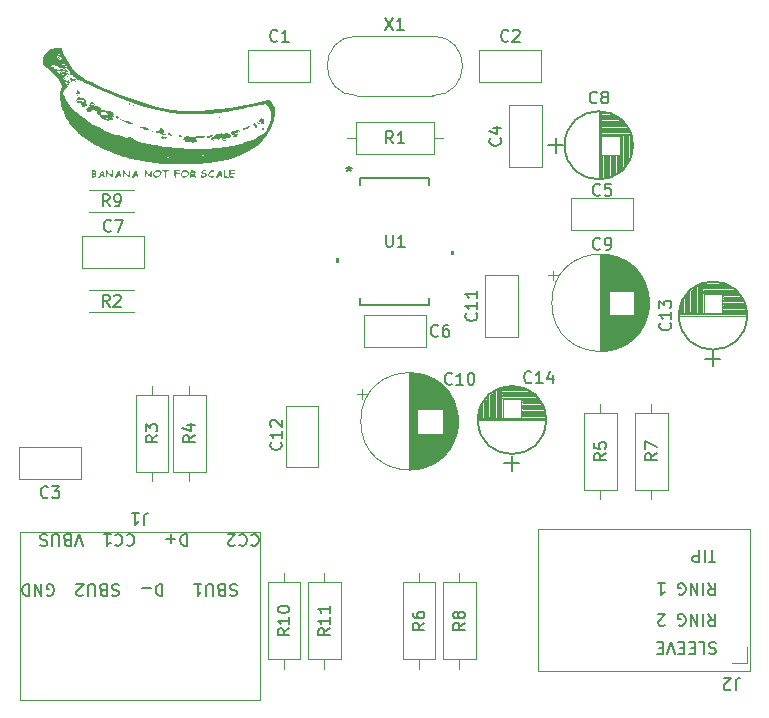
<source format=gto>
G04 #@! TF.GenerationSoftware,KiCad,Pcbnew,(6.0.10)*
G04 #@! TF.CreationDate,2023-07-12T01:57:19+10:00*
G04 #@! TF.ProjectId,DAC,4441432e-6b69-4636-9164-5f7063625858,rev?*
G04 #@! TF.SameCoordinates,Original*
G04 #@! TF.FileFunction,Legend,Top*
G04 #@! TF.FilePolarity,Positive*
%FSLAX46Y46*%
G04 Gerber Fmt 4.6, Leading zero omitted, Abs format (unit mm)*
G04 Created by KiCad (PCBNEW (6.0.10)) date 2023-07-12 01:57:19*
%MOMM*%
%LPD*%
G01*
G04 APERTURE LIST*
%ADD10C,0.150000*%
%ADD11C,0.120000*%
%ADD12C,0.152400*%
G04 APERTURE END LIST*
D10*
X175276142Y-69381666D02*
X175323761Y-69429285D01*
X175371380Y-69572142D01*
X175371380Y-69667380D01*
X175323761Y-69810238D01*
X175228523Y-69905476D01*
X175133285Y-69953095D01*
X174942809Y-70000714D01*
X174799952Y-70000714D01*
X174609476Y-69953095D01*
X174514238Y-69905476D01*
X174419000Y-69810238D01*
X174371380Y-69667380D01*
X174371380Y-69572142D01*
X174419000Y-69429285D01*
X174466619Y-69381666D01*
X174704714Y-68524523D02*
X175371380Y-68524523D01*
X174323761Y-68762619D02*
X175038047Y-69000714D01*
X175038047Y-68381666D01*
X165608095Y-77557380D02*
X165608095Y-78366904D01*
X165655714Y-78462142D01*
X165703333Y-78509761D01*
X165798571Y-78557380D01*
X165989047Y-78557380D01*
X166084285Y-78509761D01*
X166131904Y-78462142D01*
X166179523Y-78366904D01*
X166179523Y-77557380D01*
X167179523Y-78557380D02*
X166608095Y-78557380D01*
X166893809Y-78557380D02*
X166893809Y-77557380D01*
X166798571Y-77700238D01*
X166703333Y-77795476D01*
X166608095Y-77843095D01*
X162483800Y-71757580D02*
X162483800Y-71995676D01*
X162245704Y-71900438D02*
X162483800Y-71995676D01*
X162721895Y-71900438D01*
X162340942Y-72186152D02*
X162483800Y-71995676D01*
X162626657Y-72186152D01*
X146248380Y-94527666D02*
X145772190Y-94861000D01*
X146248380Y-95099095D02*
X145248380Y-95099095D01*
X145248380Y-94718142D01*
X145296000Y-94622904D01*
X145343619Y-94575285D01*
X145438857Y-94527666D01*
X145581714Y-94527666D01*
X145676952Y-94575285D01*
X145724571Y-94622904D01*
X145772190Y-94718142D01*
X145772190Y-95099095D01*
X145248380Y-94194333D02*
X145248380Y-93575285D01*
X145629333Y-93908619D01*
X145629333Y-93765761D01*
X145676952Y-93670523D01*
X145724571Y-93622904D01*
X145819809Y-93575285D01*
X146057904Y-93575285D01*
X146153142Y-93622904D01*
X146200761Y-93670523D01*
X146248380Y-93765761D01*
X146248380Y-94051476D01*
X146200761Y-94146714D01*
X146153142Y-94194333D01*
X136993333Y-99758142D02*
X136945714Y-99805761D01*
X136802857Y-99853380D01*
X136707619Y-99853380D01*
X136564761Y-99805761D01*
X136469523Y-99710523D01*
X136421904Y-99615285D01*
X136374285Y-99424809D01*
X136374285Y-99281952D01*
X136421904Y-99091476D01*
X136469523Y-98996238D01*
X136564761Y-98901000D01*
X136707619Y-98853380D01*
X136802857Y-98853380D01*
X136945714Y-98901000D01*
X136993333Y-98948619D01*
X137326666Y-98853380D02*
X137945714Y-98853380D01*
X137612380Y-99234333D01*
X137755238Y-99234333D01*
X137850476Y-99281952D01*
X137898095Y-99329571D01*
X137945714Y-99424809D01*
X137945714Y-99662904D01*
X137898095Y-99758142D01*
X137850476Y-99805761D01*
X137755238Y-99853380D01*
X137469523Y-99853380D01*
X137374285Y-99805761D01*
X137326666Y-99758142D01*
X188539380Y-96051666D02*
X188063190Y-96385000D01*
X188539380Y-96623095D02*
X187539380Y-96623095D01*
X187539380Y-96242142D01*
X187587000Y-96146904D01*
X187634619Y-96099285D01*
X187729857Y-96051666D01*
X187872714Y-96051666D01*
X187967952Y-96099285D01*
X188015571Y-96146904D01*
X188063190Y-96242142D01*
X188063190Y-96623095D01*
X187539380Y-95718333D02*
X187539380Y-95051666D01*
X188539380Y-95480238D01*
X149423380Y-94527666D02*
X148947190Y-94861000D01*
X149423380Y-95099095D02*
X148423380Y-95099095D01*
X148423380Y-94718142D01*
X148471000Y-94622904D01*
X148518619Y-94575285D01*
X148613857Y-94527666D01*
X148756714Y-94527666D01*
X148851952Y-94575285D01*
X148899571Y-94622904D01*
X148947190Y-94718142D01*
X148947190Y-95099095D01*
X148756714Y-93670523D02*
X149423380Y-93670523D01*
X148375761Y-93908619D02*
X149090047Y-94146714D01*
X149090047Y-93527666D01*
X183729333Y-78716142D02*
X183681714Y-78763761D01*
X183538857Y-78811380D01*
X183443619Y-78811380D01*
X183300761Y-78763761D01*
X183205523Y-78668523D01*
X183157904Y-78573285D01*
X183110285Y-78382809D01*
X183110285Y-78239952D01*
X183157904Y-78049476D01*
X183205523Y-77954238D01*
X183300761Y-77859000D01*
X183443619Y-77811380D01*
X183538857Y-77811380D01*
X183681714Y-77859000D01*
X183729333Y-77906619D01*
X184205523Y-78811380D02*
X184396000Y-78811380D01*
X184491238Y-78763761D01*
X184538857Y-78716142D01*
X184634095Y-78573285D01*
X184681714Y-78382809D01*
X184681714Y-78001857D01*
X184634095Y-77906619D01*
X184586476Y-77859000D01*
X184491238Y-77811380D01*
X184300761Y-77811380D01*
X184205523Y-77859000D01*
X184157904Y-77906619D01*
X184110285Y-78001857D01*
X184110285Y-78239952D01*
X184157904Y-78335190D01*
X184205523Y-78382809D01*
X184300761Y-78430428D01*
X184491238Y-78430428D01*
X184586476Y-78382809D01*
X184634095Y-78335190D01*
X184681714Y-78239952D01*
X172283380Y-110402666D02*
X171807190Y-110736000D01*
X172283380Y-110974095D02*
X171283380Y-110974095D01*
X171283380Y-110593142D01*
X171331000Y-110497904D01*
X171378619Y-110450285D01*
X171473857Y-110402666D01*
X171616714Y-110402666D01*
X171711952Y-110450285D01*
X171759571Y-110497904D01*
X171807190Y-110593142D01*
X171807190Y-110974095D01*
X171711952Y-109831238D02*
X171664333Y-109926476D01*
X171616714Y-109974095D01*
X171521476Y-110021714D01*
X171473857Y-110021714D01*
X171378619Y-109974095D01*
X171331000Y-109926476D01*
X171283380Y-109831238D01*
X171283380Y-109640761D01*
X171331000Y-109545523D01*
X171378619Y-109497904D01*
X171473857Y-109450285D01*
X171521476Y-109450285D01*
X171616714Y-109497904D01*
X171664333Y-109545523D01*
X171711952Y-109640761D01*
X171711952Y-109831238D01*
X171759571Y-109926476D01*
X171807190Y-109974095D01*
X171902428Y-110021714D01*
X172092904Y-110021714D01*
X172188142Y-109974095D01*
X172235761Y-109926476D01*
X172283380Y-109831238D01*
X172283380Y-109640761D01*
X172235761Y-109545523D01*
X172188142Y-109497904D01*
X172092904Y-109450285D01*
X171902428Y-109450285D01*
X171807190Y-109497904D01*
X171759571Y-109545523D01*
X171711952Y-109640761D01*
X156694142Y-95130857D02*
X156741761Y-95178476D01*
X156789380Y-95321333D01*
X156789380Y-95416571D01*
X156741761Y-95559428D01*
X156646523Y-95654666D01*
X156551285Y-95702285D01*
X156360809Y-95749904D01*
X156217952Y-95749904D01*
X156027476Y-95702285D01*
X155932238Y-95654666D01*
X155837000Y-95559428D01*
X155789380Y-95416571D01*
X155789380Y-95321333D01*
X155837000Y-95178476D01*
X155884619Y-95130857D01*
X156789380Y-94178476D02*
X156789380Y-94749904D01*
X156789380Y-94464190D02*
X155789380Y-94464190D01*
X155932238Y-94559428D01*
X156027476Y-94654666D01*
X156075095Y-94749904D01*
X155884619Y-93797523D02*
X155837000Y-93749904D01*
X155789380Y-93654666D01*
X155789380Y-93416571D01*
X155837000Y-93321333D01*
X155884619Y-93273714D01*
X155979857Y-93226095D01*
X156075095Y-93226095D01*
X156217952Y-93273714D01*
X156789380Y-93845142D01*
X156789380Y-93226095D01*
X189651142Y-85034357D02*
X189698761Y-85081976D01*
X189746380Y-85224833D01*
X189746380Y-85320071D01*
X189698761Y-85462928D01*
X189603523Y-85558166D01*
X189508285Y-85605785D01*
X189317809Y-85653404D01*
X189174952Y-85653404D01*
X188984476Y-85605785D01*
X188889238Y-85558166D01*
X188794000Y-85462928D01*
X188746380Y-85320071D01*
X188746380Y-85224833D01*
X188794000Y-85081976D01*
X188841619Y-85034357D01*
X189746380Y-84081976D02*
X189746380Y-84653404D01*
X189746380Y-84367690D02*
X188746380Y-84367690D01*
X188889238Y-84462928D01*
X188984476Y-84558166D01*
X189032095Y-84653404D01*
X188746380Y-83748642D02*
X188746380Y-83129595D01*
X189127333Y-83462928D01*
X189127333Y-83320071D01*
X189174952Y-83224833D01*
X189222571Y-83177214D01*
X189317809Y-83129595D01*
X189555904Y-83129595D01*
X189651142Y-83177214D01*
X189698761Y-83224833D01*
X189746380Y-83320071D01*
X189746380Y-83605785D01*
X189698761Y-83701023D01*
X189651142Y-83748642D01*
X183459333Y-66334142D02*
X183411714Y-66381761D01*
X183268857Y-66429380D01*
X183173619Y-66429380D01*
X183030761Y-66381761D01*
X182935523Y-66286523D01*
X182887904Y-66191285D01*
X182840285Y-66000809D01*
X182840285Y-65857952D01*
X182887904Y-65667476D01*
X182935523Y-65572238D01*
X183030761Y-65477000D01*
X183173619Y-65429380D01*
X183268857Y-65429380D01*
X183411714Y-65477000D01*
X183459333Y-65524619D01*
X184030761Y-65857952D02*
X183935523Y-65810333D01*
X183887904Y-65762714D01*
X183840285Y-65667476D01*
X183840285Y-65619857D01*
X183887904Y-65524619D01*
X183935523Y-65477000D01*
X184030761Y-65429380D01*
X184221238Y-65429380D01*
X184316476Y-65477000D01*
X184364095Y-65524619D01*
X184411714Y-65619857D01*
X184411714Y-65667476D01*
X184364095Y-65762714D01*
X184316476Y-65810333D01*
X184221238Y-65857952D01*
X184030761Y-65857952D01*
X183935523Y-65905571D01*
X183887904Y-65953190D01*
X183840285Y-66048428D01*
X183840285Y-66238904D01*
X183887904Y-66334142D01*
X183935523Y-66381761D01*
X184030761Y-66429380D01*
X184221238Y-66429380D01*
X184316476Y-66381761D01*
X184364095Y-66334142D01*
X184411714Y-66238904D01*
X184411714Y-66048428D01*
X184364095Y-65953190D01*
X184316476Y-65905571D01*
X184221238Y-65857952D01*
X166203333Y-69794380D02*
X165870000Y-69318190D01*
X165631904Y-69794380D02*
X165631904Y-68794380D01*
X166012857Y-68794380D01*
X166108095Y-68842000D01*
X166155714Y-68889619D01*
X166203333Y-68984857D01*
X166203333Y-69127714D01*
X166155714Y-69222952D01*
X166108095Y-69270571D01*
X166012857Y-69318190D01*
X165631904Y-69318190D01*
X167155714Y-69794380D02*
X166584285Y-69794380D01*
X166870000Y-69794380D02*
X166870000Y-68794380D01*
X166774761Y-68937238D01*
X166679523Y-69032476D01*
X166584285Y-69080095D01*
X175962333Y-61103142D02*
X175914714Y-61150761D01*
X175771857Y-61198380D01*
X175676619Y-61198380D01*
X175533761Y-61150761D01*
X175438523Y-61055523D01*
X175390904Y-60960285D01*
X175343285Y-60769809D01*
X175343285Y-60626952D01*
X175390904Y-60436476D01*
X175438523Y-60341238D01*
X175533761Y-60246000D01*
X175676619Y-60198380D01*
X175771857Y-60198380D01*
X175914714Y-60246000D01*
X175962333Y-60293619D01*
X176343285Y-60293619D02*
X176390904Y-60246000D01*
X176486142Y-60198380D01*
X176724238Y-60198380D01*
X176819476Y-60246000D01*
X176867095Y-60293619D01*
X176914714Y-60388857D01*
X176914714Y-60484095D01*
X176867095Y-60626952D01*
X176295666Y-61198380D01*
X176914714Y-61198380D01*
X183729333Y-74144142D02*
X183681714Y-74191761D01*
X183538857Y-74239380D01*
X183443619Y-74239380D01*
X183300761Y-74191761D01*
X183205523Y-74096523D01*
X183157904Y-74001285D01*
X183110285Y-73810809D01*
X183110285Y-73667952D01*
X183157904Y-73477476D01*
X183205523Y-73382238D01*
X183300761Y-73287000D01*
X183443619Y-73239380D01*
X183538857Y-73239380D01*
X183681714Y-73287000D01*
X183729333Y-73334619D01*
X184634095Y-73239380D02*
X184157904Y-73239380D01*
X184110285Y-73715571D01*
X184157904Y-73667952D01*
X184253142Y-73620333D01*
X184491238Y-73620333D01*
X184586476Y-73667952D01*
X184634095Y-73715571D01*
X184681714Y-73810809D01*
X184681714Y-74048904D01*
X184634095Y-74144142D01*
X184586476Y-74191761D01*
X184491238Y-74239380D01*
X184253142Y-74239380D01*
X184157904Y-74191761D01*
X184110285Y-74144142D01*
X165550476Y-59173380D02*
X166217142Y-60173380D01*
X166217142Y-59173380D02*
X165550476Y-60173380D01*
X167121904Y-60173380D02*
X166550476Y-60173380D01*
X166836190Y-60173380D02*
X166836190Y-59173380D01*
X166740952Y-59316238D01*
X166645714Y-59411476D01*
X166550476Y-59459095D01*
X170013333Y-86082142D02*
X169965714Y-86129761D01*
X169822857Y-86177380D01*
X169727619Y-86177380D01*
X169584761Y-86129761D01*
X169489523Y-86034523D01*
X169441904Y-85939285D01*
X169394285Y-85748809D01*
X169394285Y-85605952D01*
X169441904Y-85415476D01*
X169489523Y-85320238D01*
X169584761Y-85225000D01*
X169727619Y-85177380D01*
X169822857Y-85177380D01*
X169965714Y-85225000D01*
X170013333Y-85272619D01*
X170870476Y-85177380D02*
X170680000Y-85177380D01*
X170584761Y-85225000D01*
X170537142Y-85272619D01*
X170441904Y-85415476D01*
X170394285Y-85605952D01*
X170394285Y-85986904D01*
X170441904Y-86082142D01*
X170489523Y-86129761D01*
X170584761Y-86177380D01*
X170775238Y-86177380D01*
X170870476Y-86129761D01*
X170918095Y-86082142D01*
X170965714Y-85986904D01*
X170965714Y-85748809D01*
X170918095Y-85653571D01*
X170870476Y-85605952D01*
X170775238Y-85558333D01*
X170584761Y-85558333D01*
X170489523Y-85605952D01*
X170441904Y-85653571D01*
X170394285Y-85748809D01*
X168854380Y-110402666D02*
X168378190Y-110736000D01*
X168854380Y-110974095D02*
X167854380Y-110974095D01*
X167854380Y-110593142D01*
X167902000Y-110497904D01*
X167949619Y-110450285D01*
X168044857Y-110402666D01*
X168187714Y-110402666D01*
X168282952Y-110450285D01*
X168330571Y-110497904D01*
X168378190Y-110593142D01*
X168378190Y-110974095D01*
X167854380Y-109545523D02*
X167854380Y-109736000D01*
X167902000Y-109831238D01*
X167949619Y-109878857D01*
X168092476Y-109974095D01*
X168282952Y-110021714D01*
X168663904Y-110021714D01*
X168759142Y-109974095D01*
X168806761Y-109926476D01*
X168854380Y-109831238D01*
X168854380Y-109640761D01*
X168806761Y-109545523D01*
X168759142Y-109497904D01*
X168663904Y-109450285D01*
X168425809Y-109450285D01*
X168330571Y-109497904D01*
X168282952Y-109545523D01*
X168235333Y-109640761D01*
X168235333Y-109831238D01*
X168282952Y-109926476D01*
X168330571Y-109974095D01*
X168425809Y-110021714D01*
X142200333Y-83637380D02*
X141867000Y-83161190D01*
X141628904Y-83637380D02*
X141628904Y-82637380D01*
X142009857Y-82637380D01*
X142105095Y-82685000D01*
X142152714Y-82732619D01*
X142200333Y-82827857D01*
X142200333Y-82970714D01*
X142152714Y-83065952D01*
X142105095Y-83113571D01*
X142009857Y-83161190D01*
X141628904Y-83161190D01*
X142581285Y-82732619D02*
X142628904Y-82685000D01*
X142724142Y-82637380D01*
X142962238Y-82637380D01*
X143057476Y-82685000D01*
X143105095Y-82732619D01*
X143152714Y-82827857D01*
X143152714Y-82923095D01*
X143105095Y-83065952D01*
X142533666Y-83637380D01*
X143152714Y-83637380D01*
X160853380Y-110878857D02*
X160377190Y-111212190D01*
X160853380Y-111450285D02*
X159853380Y-111450285D01*
X159853380Y-111069333D01*
X159901000Y-110974095D01*
X159948619Y-110926476D01*
X160043857Y-110878857D01*
X160186714Y-110878857D01*
X160281952Y-110926476D01*
X160329571Y-110974095D01*
X160377190Y-111069333D01*
X160377190Y-111450285D01*
X160853380Y-109926476D02*
X160853380Y-110497904D01*
X160853380Y-110212190D02*
X159853380Y-110212190D01*
X159996238Y-110307428D01*
X160091476Y-110402666D01*
X160139095Y-110497904D01*
X160853380Y-108974095D02*
X160853380Y-109545523D01*
X160853380Y-109259809D02*
X159853380Y-109259809D01*
X159996238Y-109355047D01*
X160091476Y-109450285D01*
X160139095Y-109545523D01*
X177919142Y-90019142D02*
X177871523Y-90066761D01*
X177728666Y-90114380D01*
X177633428Y-90114380D01*
X177490571Y-90066761D01*
X177395333Y-89971523D01*
X177347714Y-89876285D01*
X177300095Y-89685809D01*
X177300095Y-89542952D01*
X177347714Y-89352476D01*
X177395333Y-89257238D01*
X177490571Y-89162000D01*
X177633428Y-89114380D01*
X177728666Y-89114380D01*
X177871523Y-89162000D01*
X177919142Y-89209619D01*
X178871523Y-90114380D02*
X178300095Y-90114380D01*
X178585809Y-90114380D02*
X178585809Y-89114380D01*
X178490571Y-89257238D01*
X178395333Y-89352476D01*
X178300095Y-89400095D01*
X179728666Y-89447714D02*
X179728666Y-90114380D01*
X179490571Y-89066761D02*
X179252476Y-89781047D01*
X179871523Y-89781047D01*
X156404333Y-61103142D02*
X156356714Y-61150761D01*
X156213857Y-61198380D01*
X156118619Y-61198380D01*
X155975761Y-61150761D01*
X155880523Y-61055523D01*
X155832904Y-60960285D01*
X155785285Y-60769809D01*
X155785285Y-60626952D01*
X155832904Y-60436476D01*
X155880523Y-60341238D01*
X155975761Y-60246000D01*
X156118619Y-60198380D01*
X156213857Y-60198380D01*
X156356714Y-60246000D01*
X156404333Y-60293619D01*
X157356714Y-61198380D02*
X156785285Y-61198380D01*
X157071000Y-61198380D02*
X157071000Y-60198380D01*
X156975761Y-60341238D01*
X156880523Y-60436476D01*
X156785285Y-60484095D01*
X195201333Y-116108119D02*
X195201333Y-115393833D01*
X195248952Y-115250976D01*
X195344190Y-115155738D01*
X195487047Y-115108119D01*
X195582285Y-115108119D01*
X194772761Y-116012880D02*
X194725142Y-116060500D01*
X194629904Y-116108119D01*
X194391809Y-116108119D01*
X194296571Y-116060500D01*
X194248952Y-116012880D01*
X194201333Y-115917642D01*
X194201333Y-115822404D01*
X194248952Y-115679547D01*
X194820380Y-115108119D01*
X194201333Y-115108119D01*
X193491809Y-105250119D02*
X192920380Y-105250119D01*
X193206095Y-104250119D02*
X193206095Y-105250119D01*
X192587047Y-104250119D02*
X192587047Y-105250119D01*
X192110857Y-104250119D02*
X192110857Y-105250119D01*
X191729904Y-105250119D01*
X191634666Y-105202500D01*
X191587047Y-105154880D01*
X191539428Y-105059642D01*
X191539428Y-104916785D01*
X191587047Y-104821547D01*
X191634666Y-104773928D01*
X191729904Y-104726309D01*
X192110857Y-104726309D01*
X192877523Y-107050119D02*
X193210857Y-107526309D01*
X193448952Y-107050119D02*
X193448952Y-108050119D01*
X193068000Y-108050119D01*
X192972761Y-108002500D01*
X192925142Y-107954880D01*
X192877523Y-107859642D01*
X192877523Y-107716785D01*
X192925142Y-107621547D01*
X192972761Y-107573928D01*
X193068000Y-107526309D01*
X193448952Y-107526309D01*
X192448952Y-107050119D02*
X192448952Y-108050119D01*
X191972761Y-107050119D02*
X191972761Y-108050119D01*
X191401333Y-107050119D01*
X191401333Y-108050119D01*
X190401333Y-108002500D02*
X190496571Y-108050119D01*
X190639428Y-108050119D01*
X190782285Y-108002500D01*
X190877523Y-107907261D01*
X190925142Y-107812023D01*
X190972761Y-107621547D01*
X190972761Y-107478690D01*
X190925142Y-107288214D01*
X190877523Y-107192976D01*
X190782285Y-107097738D01*
X190639428Y-107050119D01*
X190544190Y-107050119D01*
X190401333Y-107097738D01*
X190353714Y-107145357D01*
X190353714Y-107478690D01*
X190544190Y-107478690D01*
X188639428Y-107050119D02*
X189210857Y-107050119D01*
X188925142Y-107050119D02*
X188925142Y-108050119D01*
X189020380Y-107907261D01*
X189115619Y-107812023D01*
X189210857Y-107764404D01*
X192877523Y-109650119D02*
X193210857Y-110126309D01*
X193448952Y-109650119D02*
X193448952Y-110650119D01*
X193068000Y-110650119D01*
X192972761Y-110602500D01*
X192925142Y-110554880D01*
X192877523Y-110459642D01*
X192877523Y-110316785D01*
X192925142Y-110221547D01*
X192972761Y-110173928D01*
X193068000Y-110126309D01*
X193448952Y-110126309D01*
X192448952Y-109650119D02*
X192448952Y-110650119D01*
X191972761Y-109650119D02*
X191972761Y-110650119D01*
X191401333Y-109650119D01*
X191401333Y-110650119D01*
X190401333Y-110602500D02*
X190496571Y-110650119D01*
X190639428Y-110650119D01*
X190782285Y-110602500D01*
X190877523Y-110507261D01*
X190925142Y-110412023D01*
X190972761Y-110221547D01*
X190972761Y-110078690D01*
X190925142Y-109888214D01*
X190877523Y-109792976D01*
X190782285Y-109697738D01*
X190639428Y-109650119D01*
X190544190Y-109650119D01*
X190401333Y-109697738D01*
X190353714Y-109745357D01*
X190353714Y-110078690D01*
X190544190Y-110078690D01*
X189210857Y-110554880D02*
X189163238Y-110602500D01*
X189068000Y-110650119D01*
X188829904Y-110650119D01*
X188734666Y-110602500D01*
X188687047Y-110554880D01*
X188639428Y-110459642D01*
X188639428Y-110364404D01*
X188687047Y-110221547D01*
X189258476Y-109650119D01*
X188639428Y-109650119D01*
X193544190Y-112097738D02*
X193401333Y-112050119D01*
X193163238Y-112050119D01*
X193068000Y-112097738D01*
X193020380Y-112145357D01*
X192972761Y-112240595D01*
X192972761Y-112335833D01*
X193020380Y-112431071D01*
X193068000Y-112478690D01*
X193163238Y-112526309D01*
X193353714Y-112573928D01*
X193448952Y-112621547D01*
X193496571Y-112669166D01*
X193544190Y-112764404D01*
X193544190Y-112859642D01*
X193496571Y-112954880D01*
X193448952Y-113002500D01*
X193353714Y-113050119D01*
X193115619Y-113050119D01*
X192972761Y-113002500D01*
X192068000Y-112050119D02*
X192544190Y-112050119D01*
X192544190Y-113050119D01*
X191734666Y-112573928D02*
X191401333Y-112573928D01*
X191258476Y-112050119D02*
X191734666Y-112050119D01*
X191734666Y-113050119D01*
X191258476Y-113050119D01*
X190829904Y-112573928D02*
X190496571Y-112573928D01*
X190353714Y-112050119D02*
X190829904Y-112050119D01*
X190829904Y-113050119D01*
X190353714Y-113050119D01*
X190068000Y-113050119D02*
X189734666Y-112050119D01*
X189401333Y-113050119D01*
X189068000Y-112573928D02*
X188734666Y-112573928D01*
X188591809Y-112050119D02*
X189068000Y-112050119D01*
X189068000Y-113050119D01*
X188591809Y-113050119D01*
X142200333Y-75128380D02*
X141867000Y-74652190D01*
X141628904Y-75128380D02*
X141628904Y-74128380D01*
X142009857Y-74128380D01*
X142105095Y-74176000D01*
X142152714Y-74223619D01*
X142200333Y-74318857D01*
X142200333Y-74461714D01*
X142152714Y-74556952D01*
X142105095Y-74604571D01*
X142009857Y-74652190D01*
X141628904Y-74652190D01*
X142676523Y-75128380D02*
X142867000Y-75128380D01*
X142962238Y-75080761D01*
X143009857Y-75033142D01*
X143105095Y-74890285D01*
X143152714Y-74699809D01*
X143152714Y-74318857D01*
X143105095Y-74223619D01*
X143057476Y-74176000D01*
X142962238Y-74128380D01*
X142771761Y-74128380D01*
X142676523Y-74176000D01*
X142628904Y-74223619D01*
X142581285Y-74318857D01*
X142581285Y-74556952D01*
X142628904Y-74652190D01*
X142676523Y-74699809D01*
X142771761Y-74747428D01*
X142962238Y-74747428D01*
X143057476Y-74699809D01*
X143105095Y-74652190D01*
X143152714Y-74556952D01*
X157424380Y-110878857D02*
X156948190Y-111212190D01*
X157424380Y-111450285D02*
X156424380Y-111450285D01*
X156424380Y-111069333D01*
X156472000Y-110974095D01*
X156519619Y-110926476D01*
X156614857Y-110878857D01*
X156757714Y-110878857D01*
X156852952Y-110926476D01*
X156900571Y-110974095D01*
X156948190Y-111069333D01*
X156948190Y-111450285D01*
X157424380Y-109926476D02*
X157424380Y-110497904D01*
X157424380Y-110212190D02*
X156424380Y-110212190D01*
X156567238Y-110307428D01*
X156662476Y-110402666D01*
X156710095Y-110497904D01*
X156424380Y-109307428D02*
X156424380Y-109212190D01*
X156472000Y-109116952D01*
X156519619Y-109069333D01*
X156614857Y-109021714D01*
X156805333Y-108974095D01*
X157043428Y-108974095D01*
X157233904Y-109021714D01*
X157329142Y-109069333D01*
X157376761Y-109116952D01*
X157424380Y-109212190D01*
X157424380Y-109307428D01*
X157376761Y-109402666D01*
X157329142Y-109450285D01*
X157233904Y-109497904D01*
X157043428Y-109545523D01*
X156805333Y-109545523D01*
X156614857Y-109497904D01*
X156519619Y-109450285D01*
X156472000Y-109402666D01*
X156424380Y-109307428D01*
X184221380Y-96051666D02*
X183745190Y-96385000D01*
X184221380Y-96623095D02*
X183221380Y-96623095D01*
X183221380Y-96242142D01*
X183269000Y-96146904D01*
X183316619Y-96099285D01*
X183411857Y-96051666D01*
X183554714Y-96051666D01*
X183649952Y-96099285D01*
X183697571Y-96146904D01*
X183745190Y-96242142D01*
X183745190Y-96623095D01*
X183221380Y-95146904D02*
X183221380Y-95623095D01*
X183697571Y-95670714D01*
X183649952Y-95623095D01*
X183602333Y-95527857D01*
X183602333Y-95289761D01*
X183649952Y-95194523D01*
X183697571Y-95146904D01*
X183792809Y-95099285D01*
X184030904Y-95099285D01*
X184126142Y-95146904D01*
X184173761Y-95194523D01*
X184221380Y-95289761D01*
X184221380Y-95527857D01*
X184173761Y-95623095D01*
X184126142Y-95670714D01*
X145113333Y-102103619D02*
X145113333Y-101389333D01*
X145160952Y-101246476D01*
X145256190Y-101151238D01*
X145399047Y-101103619D01*
X145494285Y-101103619D01*
X144113333Y-101103619D02*
X144684761Y-101103619D01*
X144399047Y-101103619D02*
X144399047Y-102103619D01*
X144494285Y-101960761D01*
X144589523Y-101865523D01*
X144684761Y-101817904D01*
X154199047Y-102998857D02*
X154246666Y-102951238D01*
X154389523Y-102903619D01*
X154484761Y-102903619D01*
X154627619Y-102951238D01*
X154722857Y-103046476D01*
X154770476Y-103141714D01*
X154818095Y-103332190D01*
X154818095Y-103475047D01*
X154770476Y-103665523D01*
X154722857Y-103760761D01*
X154627619Y-103856000D01*
X154484761Y-103903619D01*
X154389523Y-103903619D01*
X154246666Y-103856000D01*
X154199047Y-103808380D01*
X153199047Y-102998857D02*
X153246666Y-102951238D01*
X153389523Y-102903619D01*
X153484761Y-102903619D01*
X153627619Y-102951238D01*
X153722857Y-103046476D01*
X153770476Y-103141714D01*
X153818095Y-103332190D01*
X153818095Y-103475047D01*
X153770476Y-103665523D01*
X153722857Y-103760761D01*
X153627619Y-103856000D01*
X153484761Y-103903619D01*
X153389523Y-103903619D01*
X153246666Y-103856000D01*
X153199047Y-103808380D01*
X152818095Y-103808380D02*
X152770476Y-103856000D01*
X152675238Y-103903619D01*
X152437142Y-103903619D01*
X152341904Y-103856000D01*
X152294285Y-103808380D01*
X152246666Y-103713142D01*
X152246666Y-103617904D01*
X152294285Y-103475047D01*
X152865714Y-102903619D01*
X152246666Y-102903619D01*
X148770476Y-102903619D02*
X148770476Y-103903619D01*
X148532380Y-103903619D01*
X148389523Y-103856000D01*
X148294285Y-103760761D01*
X148246666Y-103665523D01*
X148199047Y-103475047D01*
X148199047Y-103332190D01*
X148246666Y-103141714D01*
X148294285Y-103046476D01*
X148389523Y-102951238D01*
X148532380Y-102903619D01*
X148770476Y-102903619D01*
X147770476Y-103284571D02*
X147008571Y-103284571D01*
X147389523Y-102903619D02*
X147389523Y-103665523D01*
X143675238Y-102998857D02*
X143722857Y-102951238D01*
X143865714Y-102903619D01*
X143960952Y-102903619D01*
X144103809Y-102951238D01*
X144199047Y-103046476D01*
X144246666Y-103141714D01*
X144294285Y-103332190D01*
X144294285Y-103475047D01*
X144246666Y-103665523D01*
X144199047Y-103760761D01*
X144103809Y-103856000D01*
X143960952Y-103903619D01*
X143865714Y-103903619D01*
X143722857Y-103856000D01*
X143675238Y-103808380D01*
X142675238Y-102998857D02*
X142722857Y-102951238D01*
X142865714Y-102903619D01*
X142960952Y-102903619D01*
X143103809Y-102951238D01*
X143199047Y-103046476D01*
X143246666Y-103141714D01*
X143294285Y-103332190D01*
X143294285Y-103475047D01*
X143246666Y-103665523D01*
X143199047Y-103760761D01*
X143103809Y-103856000D01*
X142960952Y-103903619D01*
X142865714Y-103903619D01*
X142722857Y-103856000D01*
X142675238Y-103808380D01*
X141722857Y-102903619D02*
X142294285Y-102903619D01*
X142008571Y-102903619D02*
X142008571Y-103903619D01*
X142103809Y-103760761D01*
X142199047Y-103665523D01*
X142294285Y-103617904D01*
X139913333Y-103903619D02*
X139580000Y-102903619D01*
X139246666Y-103903619D01*
X138580000Y-103427428D02*
X138437142Y-103379809D01*
X138389523Y-103332190D01*
X138341904Y-103236952D01*
X138341904Y-103094095D01*
X138389523Y-102998857D01*
X138437142Y-102951238D01*
X138532380Y-102903619D01*
X138913333Y-102903619D01*
X138913333Y-103903619D01*
X138580000Y-103903619D01*
X138484761Y-103856000D01*
X138437142Y-103808380D01*
X138389523Y-103713142D01*
X138389523Y-103617904D01*
X138437142Y-103522666D01*
X138484761Y-103475047D01*
X138580000Y-103427428D01*
X138913333Y-103427428D01*
X137913333Y-103903619D02*
X137913333Y-103094095D01*
X137865714Y-102998857D01*
X137818095Y-102951238D01*
X137722857Y-102903619D01*
X137532380Y-102903619D01*
X137437142Y-102951238D01*
X137389523Y-102998857D01*
X137341904Y-103094095D01*
X137341904Y-103903619D01*
X136913333Y-102951238D02*
X136770476Y-102903619D01*
X136532380Y-102903619D01*
X136437142Y-102951238D01*
X136389523Y-102998857D01*
X136341904Y-103094095D01*
X136341904Y-103189333D01*
X136389523Y-103284571D01*
X136437142Y-103332190D01*
X136532380Y-103379809D01*
X136722857Y-103427428D01*
X136818095Y-103475047D01*
X136865714Y-103522666D01*
X136913333Y-103617904D01*
X136913333Y-103713142D01*
X136865714Y-103808380D01*
X136818095Y-103856000D01*
X136722857Y-103903619D01*
X136484761Y-103903619D01*
X136341904Y-103856000D01*
X152962428Y-107164238D02*
X152819571Y-107116619D01*
X152581476Y-107116619D01*
X152486238Y-107164238D01*
X152438619Y-107211857D01*
X152391000Y-107307095D01*
X152391000Y-107402333D01*
X152438619Y-107497571D01*
X152486238Y-107545190D01*
X152581476Y-107592809D01*
X152771952Y-107640428D01*
X152867190Y-107688047D01*
X152914809Y-107735666D01*
X152962428Y-107830904D01*
X152962428Y-107926142D01*
X152914809Y-108021380D01*
X152867190Y-108069000D01*
X152771952Y-108116619D01*
X152533857Y-108116619D01*
X152391000Y-108069000D01*
X151629095Y-107640428D02*
X151486238Y-107592809D01*
X151438619Y-107545190D01*
X151391000Y-107449952D01*
X151391000Y-107307095D01*
X151438619Y-107211857D01*
X151486238Y-107164238D01*
X151581476Y-107116619D01*
X151962428Y-107116619D01*
X151962428Y-108116619D01*
X151629095Y-108116619D01*
X151533857Y-108069000D01*
X151486238Y-108021380D01*
X151438619Y-107926142D01*
X151438619Y-107830904D01*
X151486238Y-107735666D01*
X151533857Y-107688047D01*
X151629095Y-107640428D01*
X151962428Y-107640428D01*
X150962428Y-108116619D02*
X150962428Y-107307095D01*
X150914809Y-107211857D01*
X150867190Y-107164238D01*
X150771952Y-107116619D01*
X150581476Y-107116619D01*
X150486238Y-107164238D01*
X150438619Y-107211857D01*
X150391000Y-107307095D01*
X150391000Y-108116619D01*
X149391000Y-107116619D02*
X149962428Y-107116619D01*
X149676714Y-107116619D02*
X149676714Y-108116619D01*
X149771952Y-107973761D01*
X149867190Y-107878523D01*
X149962428Y-107830904D01*
X146676714Y-107116619D02*
X146676714Y-108116619D01*
X146438619Y-108116619D01*
X146295761Y-108069000D01*
X146200523Y-107973761D01*
X146152904Y-107878523D01*
X146105285Y-107688047D01*
X146105285Y-107545190D01*
X146152904Y-107354714D01*
X146200523Y-107259476D01*
X146295761Y-107164238D01*
X146438619Y-107116619D01*
X146676714Y-107116619D01*
X145676714Y-107497571D02*
X144914809Y-107497571D01*
X142962428Y-107164238D02*
X142819571Y-107116619D01*
X142581476Y-107116619D01*
X142486238Y-107164238D01*
X142438619Y-107211857D01*
X142391000Y-107307095D01*
X142391000Y-107402333D01*
X142438619Y-107497571D01*
X142486238Y-107545190D01*
X142581476Y-107592809D01*
X142771952Y-107640428D01*
X142867190Y-107688047D01*
X142914809Y-107735666D01*
X142962428Y-107830904D01*
X142962428Y-107926142D01*
X142914809Y-108021380D01*
X142867190Y-108069000D01*
X142771952Y-108116619D01*
X142533857Y-108116619D01*
X142391000Y-108069000D01*
X141629095Y-107640428D02*
X141486238Y-107592809D01*
X141438619Y-107545190D01*
X141391000Y-107449952D01*
X141391000Y-107307095D01*
X141438619Y-107211857D01*
X141486238Y-107164238D01*
X141581476Y-107116619D01*
X141962428Y-107116619D01*
X141962428Y-108116619D01*
X141629095Y-108116619D01*
X141533857Y-108069000D01*
X141486238Y-108021380D01*
X141438619Y-107926142D01*
X141438619Y-107830904D01*
X141486238Y-107735666D01*
X141533857Y-107688047D01*
X141629095Y-107640428D01*
X141962428Y-107640428D01*
X140962428Y-108116619D02*
X140962428Y-107307095D01*
X140914809Y-107211857D01*
X140867190Y-107164238D01*
X140771952Y-107116619D01*
X140581476Y-107116619D01*
X140486238Y-107164238D01*
X140438619Y-107211857D01*
X140391000Y-107307095D01*
X140391000Y-108116619D01*
X139962428Y-108021380D02*
X139914809Y-108069000D01*
X139819571Y-108116619D01*
X139581476Y-108116619D01*
X139486238Y-108069000D01*
X139438619Y-108021380D01*
X139391000Y-107926142D01*
X139391000Y-107830904D01*
X139438619Y-107688047D01*
X140010047Y-107116619D01*
X139391000Y-107116619D01*
X136914809Y-108069000D02*
X137010047Y-108116619D01*
X137152904Y-108116619D01*
X137295761Y-108069000D01*
X137391000Y-107973761D01*
X137438619Y-107878523D01*
X137486238Y-107688047D01*
X137486238Y-107545190D01*
X137438619Y-107354714D01*
X137391000Y-107259476D01*
X137295761Y-107164238D01*
X137152904Y-107116619D01*
X137057666Y-107116619D01*
X136914809Y-107164238D01*
X136867190Y-107211857D01*
X136867190Y-107545190D01*
X137057666Y-107545190D01*
X136438619Y-107116619D02*
X136438619Y-108116619D01*
X135867190Y-107116619D01*
X135867190Y-108116619D01*
X135391000Y-107116619D02*
X135391000Y-108116619D01*
X135152904Y-108116619D01*
X135010047Y-108069000D01*
X134914809Y-107973761D01*
X134867190Y-107878523D01*
X134819571Y-107688047D01*
X134819571Y-107545190D01*
X134867190Y-107354714D01*
X134914809Y-107259476D01*
X135010047Y-107164238D01*
X135152904Y-107116619D01*
X135391000Y-107116619D01*
X171188142Y-90146142D02*
X171140523Y-90193761D01*
X170997666Y-90241380D01*
X170902428Y-90241380D01*
X170759571Y-90193761D01*
X170664333Y-90098523D01*
X170616714Y-90003285D01*
X170569095Y-89812809D01*
X170569095Y-89669952D01*
X170616714Y-89479476D01*
X170664333Y-89384238D01*
X170759571Y-89289000D01*
X170902428Y-89241380D01*
X170997666Y-89241380D01*
X171140523Y-89289000D01*
X171188142Y-89336619D01*
X172140523Y-90241380D02*
X171569095Y-90241380D01*
X171854809Y-90241380D02*
X171854809Y-89241380D01*
X171759571Y-89384238D01*
X171664333Y-89479476D01*
X171569095Y-89527095D01*
X172759571Y-89241380D02*
X172854809Y-89241380D01*
X172950047Y-89289000D01*
X172997666Y-89336619D01*
X173045285Y-89431857D01*
X173092904Y-89622333D01*
X173092904Y-89860428D01*
X173045285Y-90050904D01*
X172997666Y-90146142D01*
X172950047Y-90193761D01*
X172854809Y-90241380D01*
X172759571Y-90241380D01*
X172664333Y-90193761D01*
X172616714Y-90146142D01*
X172569095Y-90050904D01*
X172521476Y-89860428D01*
X172521476Y-89622333D01*
X172569095Y-89431857D01*
X172616714Y-89336619D01*
X172664333Y-89289000D01*
X172759571Y-89241380D01*
X142327333Y-77192142D02*
X142279714Y-77239761D01*
X142136857Y-77287380D01*
X142041619Y-77287380D01*
X141898761Y-77239761D01*
X141803523Y-77144523D01*
X141755904Y-77049285D01*
X141708285Y-76858809D01*
X141708285Y-76715952D01*
X141755904Y-76525476D01*
X141803523Y-76430238D01*
X141898761Y-76335000D01*
X142041619Y-76287380D01*
X142136857Y-76287380D01*
X142279714Y-76335000D01*
X142327333Y-76382619D01*
X142660666Y-76287380D02*
X143327333Y-76287380D01*
X142898761Y-77287380D01*
X173244142Y-84208857D02*
X173291761Y-84256476D01*
X173339380Y-84399333D01*
X173339380Y-84494571D01*
X173291761Y-84637428D01*
X173196523Y-84732666D01*
X173101285Y-84780285D01*
X172910809Y-84827904D01*
X172767952Y-84827904D01*
X172577476Y-84780285D01*
X172482238Y-84732666D01*
X172387000Y-84637428D01*
X172339380Y-84494571D01*
X172339380Y-84399333D01*
X172387000Y-84256476D01*
X172434619Y-84208857D01*
X173339380Y-83256476D02*
X173339380Y-83827904D01*
X173339380Y-83542190D02*
X172339380Y-83542190D01*
X172482238Y-83637428D01*
X172577476Y-83732666D01*
X172625095Y-83827904D01*
X173339380Y-82304095D02*
X173339380Y-82875523D01*
X173339380Y-82589809D02*
X172339380Y-82589809D01*
X172482238Y-82685047D01*
X172577476Y-82780285D01*
X172625095Y-82875523D01*
D11*
X176049000Y-71835000D02*
X176049000Y-66595000D01*
X176049000Y-66595000D02*
X178789000Y-66595000D01*
X176049000Y-71835000D02*
X178789000Y-71835000D01*
X178789000Y-71835000D02*
X178789000Y-66595000D01*
D12*
X163449000Y-72732900D02*
X163449000Y-73331360D01*
X163449000Y-82878638D02*
X163449000Y-83477100D01*
X169291000Y-72732900D02*
X163449000Y-72732900D01*
X169291000Y-73331360D02*
X169291000Y-72732900D01*
X163449000Y-83477100D02*
X169291000Y-83477100D01*
X169291000Y-83477100D02*
X169291000Y-82878640D01*
G36*
X161658300Y-79920498D02*
G01*
X161404300Y-79920498D01*
X161404300Y-79539498D01*
X161658300Y-79539498D01*
X161658300Y-79920498D01*
G37*
G36*
X171335700Y-79270499D02*
G01*
X171081700Y-79270499D01*
X171081700Y-78889499D01*
X171335700Y-78889499D01*
X171335700Y-79270499D01*
G37*
D11*
X145796000Y-98401000D02*
X145796000Y-97631000D01*
X144426000Y-97631000D02*
X147166000Y-97631000D01*
X147166000Y-91091000D02*
X144426000Y-91091000D01*
X144426000Y-91091000D02*
X144426000Y-97631000D01*
X145796000Y-90321000D02*
X145796000Y-91091000D01*
X147166000Y-97631000D02*
X147166000Y-91091000D01*
X139780000Y-98271000D02*
X139780000Y-95531000D01*
X139780000Y-98271000D02*
X134540000Y-98271000D01*
X134540000Y-98271000D02*
X134540000Y-95531000D01*
X139780000Y-95531000D02*
X134540000Y-95531000D01*
X188087000Y-99925000D02*
X188087000Y-99155000D01*
X189457000Y-92615000D02*
X186717000Y-92615000D01*
X186717000Y-92615000D02*
X186717000Y-99155000D01*
X189457000Y-99155000D02*
X189457000Y-92615000D01*
X188087000Y-91845000D02*
X188087000Y-92615000D01*
X186717000Y-99155000D02*
X189457000Y-99155000D01*
X148971000Y-98401000D02*
X148971000Y-97631000D01*
X147601000Y-91091000D02*
X147601000Y-97631000D01*
X147601000Y-97631000D02*
X150341000Y-97631000D01*
X150341000Y-97631000D02*
X150341000Y-91091000D01*
X148971000Y-90321000D02*
X148971000Y-91091000D01*
X150341000Y-91091000D02*
X147601000Y-91091000D01*
X185370000Y-84352000D02*
X185370000Y-87069000D01*
X185290000Y-84352000D02*
X185290000Y-87102000D01*
X187090000Y-80912000D02*
X187090000Y-85712000D01*
X186090000Y-84352000D02*
X186090000Y-86677000D01*
X185450000Y-79590000D02*
X185450000Y-82272000D01*
X187770000Y-82364000D02*
X187770000Y-84260000D01*
X184810000Y-79365000D02*
X184810000Y-82272000D01*
X187530000Y-81667000D02*
X187530000Y-84957000D01*
X185490000Y-79608000D02*
X185490000Y-82272000D01*
X185850000Y-84352000D02*
X185850000Y-86829000D01*
X185690000Y-79706000D02*
X185690000Y-82272000D01*
X184249000Y-79260000D02*
X184249000Y-87364000D01*
X186490000Y-84352000D02*
X186490000Y-86367000D01*
X186530000Y-80293000D02*
X186530000Y-82272000D01*
X183929000Y-79235000D02*
X183929000Y-87389000D01*
X183969000Y-79236000D02*
X183969000Y-87388000D01*
X187290000Y-81210000D02*
X187290000Y-85414000D01*
X185010000Y-79423000D02*
X185010000Y-82272000D01*
X179759302Y-80597000D02*
X179759302Y-81397000D01*
X184409000Y-79282000D02*
X184409000Y-87342000D01*
X186050000Y-79920000D02*
X186050000Y-82272000D01*
X185330000Y-79538000D02*
X185330000Y-82272000D01*
X184890000Y-84352000D02*
X184890000Y-87237000D01*
X186250000Y-80062000D02*
X186250000Y-82272000D01*
X185370000Y-79555000D02*
X185370000Y-82272000D01*
X186290000Y-80092000D02*
X186290000Y-82272000D01*
X187490000Y-81581000D02*
X187490000Y-85043000D01*
X186210000Y-80032000D02*
X186210000Y-82272000D01*
X184009000Y-79238000D02*
X184009000Y-87386000D01*
X185130000Y-79462000D02*
X185130000Y-82272000D01*
X187130000Y-80967000D02*
X187130000Y-85657000D01*
X187690000Y-82083000D02*
X187690000Y-84541000D01*
X184770000Y-84352000D02*
X184770000Y-87269000D01*
X183769000Y-79232000D02*
X183769000Y-87392000D01*
X185330000Y-84352000D02*
X185330000Y-87086000D01*
X186610000Y-80367000D02*
X186610000Y-86257000D01*
X187330000Y-81278000D02*
X187330000Y-85346000D01*
X186570000Y-80329000D02*
X186570000Y-86295000D01*
X186370000Y-80156000D02*
X186370000Y-82272000D01*
X187450000Y-81499000D02*
X187450000Y-85125000D01*
X186290000Y-84352000D02*
X186290000Y-86532000D01*
X184690000Y-79336000D02*
X184690000Y-82272000D01*
X185570000Y-79646000D02*
X185570000Y-82272000D01*
X179359302Y-80997000D02*
X180159302Y-80997000D01*
X185050000Y-79435000D02*
X185050000Y-82272000D01*
X183809000Y-79232000D02*
X183809000Y-87392000D01*
X184890000Y-79387000D02*
X184890000Y-82272000D01*
X185970000Y-79868000D02*
X185970000Y-82272000D01*
X186050000Y-84352000D02*
X186050000Y-86704000D01*
X184690000Y-84352000D02*
X184690000Y-87288000D01*
X185890000Y-84352000D02*
X185890000Y-86805000D01*
X185650000Y-84352000D02*
X185650000Y-86939000D01*
X186890000Y-80661000D02*
X186890000Y-85963000D01*
X186730000Y-80486000D02*
X186730000Y-86138000D01*
X184490000Y-84352000D02*
X184490000Y-87329000D01*
X184129000Y-79247000D02*
X184129000Y-87377000D01*
X184490000Y-79295000D02*
X184490000Y-82272000D01*
X185410000Y-84352000D02*
X185410000Y-87052000D01*
X184650000Y-84352000D02*
X184650000Y-87297000D01*
X186090000Y-79947000D02*
X186090000Y-82272000D01*
X185570000Y-84352000D02*
X185570000Y-86978000D01*
X184850000Y-79376000D02*
X184850000Y-82272000D01*
X186170000Y-84352000D02*
X186170000Y-86621000D01*
X184970000Y-84352000D02*
X184970000Y-87214000D01*
X185610000Y-79665000D02*
X185610000Y-82272000D01*
X185290000Y-79522000D02*
X185290000Y-82272000D01*
X185650000Y-79685000D02*
X185650000Y-82272000D01*
X186650000Y-80405000D02*
X186650000Y-86219000D01*
X184650000Y-79327000D02*
X184650000Y-82272000D01*
X186530000Y-84352000D02*
X186530000Y-86331000D01*
X184610000Y-84352000D02*
X184610000Y-87306000D01*
X185530000Y-84352000D02*
X185530000Y-86998000D01*
X186770000Y-80528000D02*
X186770000Y-86096000D01*
X184970000Y-79410000D02*
X184970000Y-82272000D01*
X186130000Y-84352000D02*
X186130000Y-86650000D01*
X184770000Y-79355000D02*
X184770000Y-82272000D01*
X185610000Y-84352000D02*
X185610000Y-86959000D01*
X184570000Y-79310000D02*
X184570000Y-82272000D01*
X187250000Y-81146000D02*
X187250000Y-85478000D01*
X184730000Y-79345000D02*
X184730000Y-82272000D01*
X186330000Y-84352000D02*
X186330000Y-86501000D01*
X185930000Y-84352000D02*
X185930000Y-86781000D01*
X187050000Y-80858000D02*
X187050000Y-85766000D01*
X184089000Y-79244000D02*
X184089000Y-87380000D01*
X186250000Y-84352000D02*
X186250000Y-86562000D01*
X185730000Y-79728000D02*
X185730000Y-82272000D01*
X186850000Y-80615000D02*
X186850000Y-86009000D01*
X185010000Y-84352000D02*
X185010000Y-87201000D01*
X184289000Y-79264000D02*
X184289000Y-87360000D01*
X185770000Y-84352000D02*
X185770000Y-86874000D01*
X184369000Y-79275000D02*
X184369000Y-87349000D01*
X187810000Y-82544000D02*
X187810000Y-84080000D01*
X184530000Y-84352000D02*
X184530000Y-87322000D01*
X186450000Y-80222000D02*
X186450000Y-82272000D01*
X185250000Y-84352000D02*
X185250000Y-87117000D01*
X185970000Y-84352000D02*
X185970000Y-86756000D01*
X184329000Y-79270000D02*
X184329000Y-87354000D01*
X185890000Y-79819000D02*
X185890000Y-82272000D01*
X184570000Y-84352000D02*
X184570000Y-87314000D01*
X184530000Y-79302000D02*
X184530000Y-82272000D01*
X184169000Y-79251000D02*
X184169000Y-87373000D01*
X185810000Y-84352000D02*
X185810000Y-86852000D01*
X187010000Y-80807000D02*
X187010000Y-85817000D01*
X184850000Y-84352000D02*
X184850000Y-87248000D01*
X184730000Y-84352000D02*
X184730000Y-87279000D01*
X184449000Y-79288000D02*
X184449000Y-87336000D01*
X187650000Y-81966000D02*
X187650000Y-84658000D01*
X186810000Y-80571000D02*
X186810000Y-86053000D01*
X187210000Y-81084000D02*
X187210000Y-85540000D01*
X184930000Y-79398000D02*
X184930000Y-82272000D01*
X185930000Y-79843000D02*
X185930000Y-82272000D01*
X186330000Y-80123000D02*
X186330000Y-82272000D01*
X185730000Y-84352000D02*
X185730000Y-86896000D01*
X185170000Y-84352000D02*
X185170000Y-87147000D01*
X186410000Y-84352000D02*
X186410000Y-86436000D01*
X185530000Y-79626000D02*
X185530000Y-82272000D01*
X185090000Y-79449000D02*
X185090000Y-82272000D01*
X186370000Y-84352000D02*
X186370000Y-86468000D01*
X185450000Y-84352000D02*
X185450000Y-87034000D01*
X186010000Y-79894000D02*
X186010000Y-82272000D01*
X185170000Y-79477000D02*
X185170000Y-82272000D01*
X185490000Y-84352000D02*
X185490000Y-87016000D01*
X185050000Y-84352000D02*
X185050000Y-87189000D01*
X187410000Y-81422000D02*
X187410000Y-85202000D01*
X186410000Y-80188000D02*
X186410000Y-82272000D01*
X185690000Y-84352000D02*
X185690000Y-86918000D01*
X185850000Y-79795000D02*
X185850000Y-82272000D01*
X187570000Y-81760000D02*
X187570000Y-84864000D01*
X184209000Y-79255000D02*
X184209000Y-87369000D01*
X186490000Y-80257000D02*
X186490000Y-82272000D01*
X187170000Y-81025000D02*
X187170000Y-85599000D01*
X186930000Y-80708000D02*
X186930000Y-85916000D01*
X187850000Y-82779000D02*
X187850000Y-83845000D01*
X185130000Y-84352000D02*
X185130000Y-87162000D01*
X185410000Y-79572000D02*
X185410000Y-82272000D01*
X185210000Y-84352000D02*
X185210000Y-87133000D01*
X186210000Y-84352000D02*
X186210000Y-86592000D01*
X184610000Y-79318000D02*
X184610000Y-82272000D01*
X186690000Y-80445000D02*
X186690000Y-86179000D01*
X185770000Y-79750000D02*
X185770000Y-82272000D01*
X185090000Y-84352000D02*
X185090000Y-87175000D01*
X186010000Y-84352000D02*
X186010000Y-86730000D01*
X184930000Y-84352000D02*
X184930000Y-87226000D01*
X186130000Y-79974000D02*
X186130000Y-82272000D01*
X186170000Y-80003000D02*
X186170000Y-82272000D01*
X187370000Y-81348000D02*
X187370000Y-85276000D01*
X184810000Y-84352000D02*
X184810000Y-87259000D01*
X185810000Y-79772000D02*
X185810000Y-82272000D01*
X185210000Y-79491000D02*
X185210000Y-82272000D01*
X187610000Y-81859000D02*
X187610000Y-84765000D01*
X185250000Y-79507000D02*
X185250000Y-82272000D01*
X184049000Y-79241000D02*
X184049000Y-87383000D01*
X187730000Y-82214000D02*
X187730000Y-84410000D01*
X183849000Y-79232000D02*
X183849000Y-87392000D01*
X186970000Y-80756000D02*
X186970000Y-85868000D01*
X183889000Y-79233000D02*
X183889000Y-87391000D01*
X186450000Y-84352000D02*
X186450000Y-86402000D01*
X187889000Y-83312000D02*
G75*
G03*
X187889000Y-83312000I-4120000J0D01*
G01*
X170461000Y-113506000D02*
X173201000Y-113506000D01*
X173201000Y-106966000D02*
X170461000Y-106966000D01*
X171831000Y-114276000D02*
X171831000Y-113506000D01*
X173201000Y-113506000D02*
X173201000Y-106966000D01*
X171831000Y-106196000D02*
X171831000Y-106966000D01*
X170461000Y-106966000D02*
X170461000Y-113506000D01*
X157126000Y-92015000D02*
X159866000Y-92015000D01*
X159866000Y-97255000D02*
X159866000Y-92015000D01*
X157126000Y-97255000D02*
X157126000Y-92015000D01*
X157126000Y-97255000D02*
X159866000Y-97255000D01*
X191394000Y-84191500D02*
X191294000Y-84091500D01*
X191494000Y-84191500D02*
X191494000Y-82191500D01*
X194094000Y-82591500D02*
X192494000Y-82591500D01*
X190694000Y-84191500D02*
X190694000Y-83291500D01*
X194094000Y-83991500D02*
X196094000Y-83991500D01*
X195594000Y-82791500D02*
X194194000Y-82791500D01*
X192394000Y-81791500D02*
X192394000Y-81691500D01*
X194094000Y-83791500D02*
X194094000Y-83891500D01*
X190494000Y-84291500D02*
X196094000Y-84291500D01*
X192494000Y-84191500D02*
X192394000Y-84191500D01*
X195394000Y-82491500D02*
X195294000Y-82491500D01*
X191194000Y-84191500D02*
X191094000Y-84191500D01*
X196094000Y-83891500D02*
X196094000Y-83691500D01*
X195694000Y-82891500D02*
X194094000Y-82891500D01*
X194094000Y-83391500D02*
X195994000Y-83391500D01*
X196094000Y-84291500D02*
X196094000Y-84191500D01*
X190894000Y-82891500D02*
X190894000Y-84191500D01*
X194094000Y-83191500D02*
X195894000Y-83191500D01*
X192394000Y-82491500D02*
X195294000Y-82491500D01*
X191794000Y-84191500D02*
X191694000Y-84191500D01*
X191194000Y-82591500D02*
X191094000Y-82691500D01*
X195294000Y-82491500D02*
X195294000Y-82291500D01*
X191094000Y-84191500D02*
X190994000Y-84191500D01*
X191294000Y-82391500D02*
X191194000Y-82591500D01*
X192394000Y-84191500D02*
X192394000Y-81791500D01*
X194194000Y-82791500D02*
X194094000Y-82591500D01*
X190694000Y-83291500D02*
X190594000Y-83491500D01*
X191894000Y-84191500D02*
X191894000Y-81891500D01*
X191394000Y-82291500D02*
X191394000Y-84191500D01*
X190994000Y-84191500D02*
X190994000Y-82691500D01*
X194094000Y-84291500D02*
X194094000Y-82591500D01*
X191694000Y-82091500D02*
X191594000Y-82191500D01*
X196094000Y-84191500D02*
X190494000Y-84191500D01*
X190594000Y-84191500D02*
X190494000Y-83991500D01*
X192694000Y-81691500D02*
X193894000Y-81691500D01*
X190994000Y-82691500D02*
X190894000Y-82891500D01*
X192394000Y-82091500D02*
X194994000Y-82091500D01*
X190494000Y-84191500D02*
X190494000Y-84091500D01*
X195994000Y-83591500D02*
X195994000Y-83491500D01*
X194094000Y-83891500D02*
X196094000Y-83891500D01*
X194294000Y-81691500D02*
X192394000Y-81691500D01*
X192494000Y-82591500D02*
X192494000Y-84091500D01*
X192094000Y-84191500D02*
X192094000Y-81791500D01*
X191894000Y-81891500D02*
X191794000Y-81991500D01*
X191794000Y-81991500D02*
X191794000Y-84191500D01*
X195794000Y-82991500D02*
X194194000Y-82991500D01*
X194094000Y-82591500D02*
X195494000Y-82591500D01*
X191294000Y-84191500D02*
X191294000Y-82391500D01*
X190494000Y-83991500D02*
X190494000Y-83891500D01*
D12*
X192659000Y-88036400D02*
X193929000Y-88036400D01*
D11*
X196094000Y-83791500D02*
X194094000Y-83791500D01*
X190794000Y-84191500D02*
X190694000Y-84191500D01*
X192094000Y-81791500D02*
X191994000Y-81891500D01*
X195894000Y-83291500D02*
X194094000Y-83291500D01*
X194094000Y-84091500D02*
X194094000Y-84291500D01*
X192394000Y-81791500D02*
X194494000Y-81791500D01*
X195794000Y-83091500D02*
X194094000Y-83091500D01*
X192394000Y-81691500D02*
X192294000Y-81741500D01*
X193794000Y-81591500D02*
X192694000Y-81591500D01*
X192494000Y-84091500D02*
X192494000Y-84191500D01*
X191494000Y-82191500D02*
X191394000Y-82291500D01*
X196094000Y-84091500D02*
X194094000Y-84091500D01*
X192394000Y-82291500D02*
X192394000Y-82391500D01*
X191094000Y-82691500D02*
X191094000Y-84191500D01*
X191294000Y-84091500D02*
X191294000Y-84191500D01*
X192194000Y-81791500D02*
X192194000Y-84191500D01*
X190794000Y-82991500D02*
X190694000Y-83291500D01*
X192294000Y-81741500D02*
X192294000Y-84191500D01*
X191694000Y-84191500D02*
X191694000Y-82091500D01*
D12*
X193294000Y-88671400D02*
X193294000Y-87401400D01*
D11*
X190794000Y-84191500D02*
X190794000Y-82991500D01*
X192394000Y-81891500D02*
X194694000Y-81891500D01*
X194094000Y-83091500D02*
X194094000Y-83191500D01*
X195094000Y-82191500D02*
X192494000Y-82191500D01*
X195294000Y-82291500D02*
X192394000Y-82291500D01*
X190894000Y-84191500D02*
X190794000Y-84191500D01*
X194094000Y-83591500D02*
X195994000Y-83591500D01*
X191994000Y-81891500D02*
X191994000Y-84191500D01*
X191594000Y-82191500D02*
X191594000Y-84191500D01*
X190411100Y-84391500D02*
X196176900Y-84391500D01*
X192394000Y-82391500D02*
X195294000Y-82391500D01*
X196094000Y-83691500D02*
X194094000Y-83691500D01*
X194094000Y-83691500D02*
X194094000Y-83591500D01*
X191594000Y-84191500D02*
X191494000Y-84191500D01*
X194794000Y-81991500D02*
X192394000Y-81991500D01*
X191194000Y-82591500D02*
X191194000Y-84191500D01*
X195994000Y-83491500D02*
X194194000Y-83491500D01*
X196094000Y-83991500D02*
X196094000Y-83791500D01*
X190594000Y-83491500D02*
X190594000Y-84191500D01*
X195594000Y-82691500D02*
X194194000Y-82691500D01*
D12*
X196176900Y-84391500D02*
G75*
G03*
X196176900Y-84391500I-2882900J0D01*
G01*
D11*
X183826000Y-68777000D02*
X186226000Y-68777000D01*
X185826000Y-71777000D02*
X185826000Y-69177000D01*
X183826000Y-67477000D02*
X185026000Y-67477000D01*
X184126000Y-70777000D02*
X184126000Y-72777000D01*
X183726000Y-67177000D02*
X183726000Y-72777000D01*
X185326000Y-67677000D02*
X185126000Y-67577000D01*
X184826000Y-70777000D02*
X184826000Y-72577000D01*
X185426000Y-67877000D02*
X185326000Y-67777000D01*
X185826000Y-68277000D02*
X183826000Y-68277000D01*
X185426000Y-70777000D02*
X185426000Y-69177000D01*
X186026000Y-68477000D02*
X183826000Y-68477000D01*
X185426000Y-69177000D02*
X183926000Y-69177000D01*
X186226000Y-68777000D02*
X186126000Y-68677000D01*
X184526000Y-67277000D02*
X183826000Y-67277000D01*
X184326000Y-72777000D02*
X184326000Y-70777000D01*
X183826000Y-68077000D02*
X183926000Y-67977000D01*
X186326000Y-69377000D02*
X186326000Y-70577000D01*
X186126000Y-68577000D02*
X186026000Y-68477000D01*
X183726000Y-70777000D02*
X185426000Y-70777000D01*
X183826000Y-67477000D02*
X183826000Y-67377000D01*
X185226000Y-70877000D02*
X185426000Y-70777000D01*
X185326000Y-67777000D02*
X183826000Y-67777000D01*
X185026000Y-72477000D02*
X185026000Y-70877000D01*
X185726000Y-71977000D02*
X185726000Y-69077000D01*
X183826000Y-69177000D02*
X183826000Y-69077000D01*
X184226000Y-72777000D02*
X184226000Y-70777000D01*
X183926000Y-67977000D02*
X183826000Y-67977000D01*
X184026000Y-67177000D02*
X184126000Y-67177000D01*
X184926000Y-72477000D02*
X184926000Y-70777000D01*
X186276000Y-68977000D02*
X183826000Y-68977000D01*
X186126000Y-69077000D02*
X186126000Y-71377000D01*
X183826000Y-67377000D02*
X184726000Y-67377000D01*
X184226000Y-70777000D02*
X184126000Y-70777000D01*
X185426000Y-67877000D02*
X183826000Y-67877000D01*
X183826000Y-67577000D02*
X183826000Y-67477000D01*
X183926000Y-70777000D02*
X183726000Y-70777000D01*
X185926000Y-68377000D02*
X185826000Y-68277000D01*
X184326000Y-70777000D02*
X184426000Y-70777000D01*
X184026000Y-70777000D02*
X184026000Y-72777000D01*
X184026000Y-72777000D02*
X184226000Y-72777000D01*
X183826000Y-68277000D02*
X183826000Y-68177000D01*
X185626000Y-69077000D02*
X185626000Y-71977000D01*
X186426000Y-70477000D02*
X186426000Y-69377000D01*
X185926000Y-69077000D02*
X185926000Y-71677000D01*
X185826000Y-68177000D02*
X185726000Y-68077000D01*
X183826000Y-68177000D02*
X185826000Y-68177000D01*
X183726000Y-72777000D02*
X183826000Y-72777000D01*
X186126000Y-68677000D02*
X183826000Y-68677000D01*
X183626000Y-67094100D02*
X183626000Y-72859900D01*
X185326000Y-72277000D02*
X185326000Y-70877000D01*
X183826000Y-67177000D02*
X183926000Y-67177000D01*
X184426000Y-72677000D02*
X184526000Y-72677000D01*
X184426000Y-70777000D02*
X184426000Y-72677000D01*
X184626000Y-70777000D02*
X184626000Y-72677000D01*
X186226000Y-69077000D02*
X186326000Y-69077000D01*
D12*
X179981100Y-69342000D02*
X179981100Y-70612000D01*
D11*
X185026000Y-67477000D02*
X184726000Y-67377000D01*
X185726000Y-68077000D02*
X183826000Y-68077000D01*
X184726000Y-67377000D02*
X184526000Y-67277000D01*
X184126000Y-72777000D02*
X184326000Y-72777000D01*
X183826000Y-67877000D02*
X183826000Y-67777000D01*
X183826000Y-67777000D02*
X183826000Y-67677000D01*
X185726000Y-69077000D02*
X185626000Y-69077000D01*
X186026000Y-71477000D02*
X186026000Y-69077000D01*
X185226000Y-72277000D02*
X185226000Y-70877000D01*
X183826000Y-69077000D02*
X186226000Y-69077000D01*
X185526000Y-69077000D02*
X185526000Y-71977000D01*
X184726000Y-72577000D02*
X184726000Y-70777000D01*
X184926000Y-70777000D02*
X184826000Y-70777000D01*
X185526000Y-72077000D02*
X185526000Y-71977000D01*
X186226000Y-68877000D02*
X183826000Y-68877000D01*
X184526000Y-72677000D02*
X184526000Y-70877000D01*
X185626000Y-67977000D02*
X185426000Y-67877000D01*
X183826000Y-67677000D02*
X185326000Y-67677000D01*
X183826000Y-72777000D02*
X183826000Y-67177000D01*
X183826000Y-68477000D02*
X183826000Y-68377000D01*
X183826000Y-68377000D02*
X185926000Y-68377000D01*
X183926000Y-69177000D02*
X183826000Y-69177000D01*
X185126000Y-72377000D02*
X185126000Y-70777000D01*
X186226000Y-69077000D02*
X186226000Y-71177000D01*
X186326000Y-69077000D02*
X186276000Y-68977000D01*
D12*
X179346100Y-69977000D02*
X180616100Y-69977000D01*
D11*
X185126000Y-67577000D02*
X183826000Y-67577000D01*
X183926000Y-72777000D02*
X183926000Y-70777000D01*
X185526000Y-71977000D02*
X185726000Y-71977000D01*
X183826000Y-67977000D02*
X185626000Y-67977000D01*
X185426000Y-70777000D02*
X185426000Y-72177000D01*
X183826000Y-67277000D02*
X184026000Y-67177000D01*
X186326000Y-70977000D02*
X186326000Y-69077000D01*
X183826000Y-68577000D02*
X186126000Y-68577000D01*
D12*
X186508900Y-69977000D02*
G75*
G03*
X186508900Y-69977000I-2882900J0D01*
G01*
D11*
X163100000Y-67972000D02*
X163100000Y-70712000D01*
X169640000Y-70712000D02*
X169640000Y-67972000D01*
X169640000Y-67972000D02*
X163100000Y-67972000D01*
X162330000Y-69342000D02*
X163100000Y-69342000D01*
X163100000Y-70712000D02*
X169640000Y-70712000D01*
X170410000Y-69342000D02*
X169640000Y-69342000D01*
X178749000Y-61876000D02*
X178749000Y-64616000D01*
X173509000Y-61876000D02*
X173509000Y-64616000D01*
X173509000Y-61876000D02*
X178749000Y-61876000D01*
X173509000Y-64616000D02*
X178749000Y-64616000D01*
X181276000Y-74449000D02*
X186516000Y-74449000D01*
X181276000Y-77189000D02*
X186516000Y-77189000D01*
X186516000Y-74449000D02*
X186516000Y-77189000D01*
X181276000Y-74449000D02*
X181276000Y-77189000D01*
X163160000Y-60721000D02*
X169560000Y-60721000D01*
X163160000Y-65771000D02*
X169560000Y-65771000D01*
X169560000Y-65771000D02*
G75*
G03*
X169560000Y-60721000I0J2525000D01*
G01*
X163160000Y-60721000D02*
G75*
G03*
X163160000Y-65771000I0J-2525000D01*
G01*
X169010000Y-87095000D02*
X163770000Y-87095000D01*
X169010000Y-84355000D02*
X163770000Y-84355000D01*
X169010000Y-87095000D02*
X169010000Y-84355000D01*
X163770000Y-87095000D02*
X163770000Y-84355000D01*
X168402000Y-106196000D02*
X168402000Y-106966000D01*
X167032000Y-106966000D02*
X167032000Y-113506000D01*
X168402000Y-114276000D02*
X168402000Y-113506000D01*
X167032000Y-113506000D02*
X169772000Y-113506000D01*
X169772000Y-113506000D02*
X169772000Y-106966000D01*
X169772000Y-106966000D02*
X167032000Y-106966000D01*
X144287000Y-84105000D02*
X140447000Y-84105000D01*
X144287000Y-82265000D02*
X140447000Y-82265000D01*
X161771000Y-113506000D02*
X161771000Y-106966000D01*
X159031000Y-113506000D02*
X161771000Y-113506000D01*
X161771000Y-106966000D02*
X159031000Y-106966000D01*
X160401000Y-106196000D02*
X160401000Y-106966000D01*
X160401000Y-114276000D02*
X160401000Y-113506000D01*
X159031000Y-106966000D02*
X159031000Y-113506000D01*
X173476000Y-93034000D02*
X173476000Y-92934000D01*
X173876000Y-93034000D02*
X173776000Y-93034000D01*
X175376000Y-93034000D02*
X175376000Y-90634000D01*
X175376000Y-90634000D02*
X175376000Y-90534000D01*
X177076000Y-92234000D02*
X178976000Y-92234000D01*
X174576000Y-91034000D02*
X174576000Y-93034000D01*
X174876000Y-93034000D02*
X174876000Y-90734000D01*
X175376000Y-90534000D02*
X175276000Y-90584000D01*
X175376000Y-90934000D02*
X177976000Y-90934000D01*
X179076000Y-92734000D02*
X179076000Y-92534000D01*
X174076000Y-93034000D02*
X173976000Y-93034000D01*
X175376000Y-91234000D02*
X178276000Y-91234000D01*
X179076000Y-92934000D02*
X177076000Y-92934000D01*
X177076000Y-91434000D02*
X178476000Y-91434000D01*
X179076000Y-93034000D02*
X173476000Y-93034000D01*
X174376000Y-91134000D02*
X174376000Y-93034000D01*
X174476000Y-91034000D02*
X174376000Y-91134000D01*
X177076000Y-92834000D02*
X179076000Y-92834000D01*
X174176000Y-91434000D02*
X174076000Y-91534000D01*
X175076000Y-90634000D02*
X174976000Y-90734000D01*
X178776000Y-91834000D02*
X177176000Y-91834000D01*
X173676000Y-93034000D02*
X173676000Y-92134000D01*
D12*
X175641000Y-96878900D02*
X176911000Y-96878900D01*
D11*
X175476000Y-91434000D02*
X175476000Y-92934000D01*
X174276000Y-91234000D02*
X174176000Y-91434000D01*
X174276000Y-93034000D02*
X174276000Y-91234000D01*
X175476000Y-93034000D02*
X175376000Y-93034000D01*
X177176000Y-91634000D02*
X177076000Y-91434000D01*
X173776000Y-93034000D02*
X173676000Y-93034000D01*
X174876000Y-90734000D02*
X174776000Y-90834000D01*
X178776000Y-91934000D02*
X177076000Y-91934000D01*
X177276000Y-90534000D02*
X175376000Y-90534000D01*
X177076000Y-91934000D02*
X177076000Y-92034000D01*
X177076000Y-92034000D02*
X178876000Y-92034000D01*
X177076000Y-92734000D02*
X179076000Y-92734000D01*
X177076000Y-92434000D02*
X178976000Y-92434000D01*
X177076000Y-92534000D02*
X177076000Y-92434000D01*
X174776000Y-90834000D02*
X174776000Y-93034000D01*
X174376000Y-93034000D02*
X174276000Y-92934000D01*
X173476000Y-92834000D02*
X173476000Y-92734000D01*
X178276000Y-91334000D02*
X178276000Y-91134000D01*
X173476000Y-93134000D02*
X179076000Y-93134000D01*
X179076000Y-92834000D02*
X179076000Y-92634000D01*
X177076000Y-93134000D02*
X177076000Y-91434000D01*
X174776000Y-93034000D02*
X174676000Y-93034000D01*
X173976000Y-91534000D02*
X173876000Y-91734000D01*
X179076000Y-92634000D02*
X177076000Y-92634000D01*
X177776000Y-90834000D02*
X175376000Y-90834000D01*
X178876000Y-92134000D02*
X177076000Y-92134000D01*
X173576000Y-93034000D02*
X173476000Y-92834000D01*
X175376000Y-90734000D02*
X177676000Y-90734000D01*
X177076000Y-92634000D02*
X177076000Y-92734000D01*
X173976000Y-93034000D02*
X173976000Y-91534000D01*
X175476000Y-92934000D02*
X175476000Y-93034000D01*
X179076000Y-92534000D02*
X177076000Y-92534000D01*
X173776000Y-93034000D02*
X173776000Y-91834000D01*
X174276000Y-92934000D02*
X174276000Y-93034000D01*
X175276000Y-90584000D02*
X175276000Y-93034000D01*
X176776000Y-90434000D02*
X175676000Y-90434000D01*
X175176000Y-90634000D02*
X175176000Y-93034000D01*
X173393100Y-93234000D02*
X179158900Y-93234000D01*
X174076000Y-91534000D02*
X174076000Y-93034000D01*
X173576000Y-92334000D02*
X173576000Y-93034000D01*
X178076000Y-91034000D02*
X175476000Y-91034000D01*
X174576000Y-93034000D02*
X174476000Y-93034000D01*
X178976000Y-92434000D02*
X178976000Y-92334000D01*
X178976000Y-92334000D02*
X177176000Y-92334000D01*
X175376000Y-90634000D02*
X177476000Y-90634000D01*
X175376000Y-91334000D02*
X178276000Y-91334000D01*
X174976000Y-90734000D02*
X174976000Y-93034000D01*
X175076000Y-93034000D02*
X175076000Y-90634000D01*
X173676000Y-92134000D02*
X173576000Y-92334000D01*
X177076000Y-91434000D02*
X175476000Y-91434000D01*
X174176000Y-93034000D02*
X174076000Y-93034000D01*
X173776000Y-91834000D02*
X173676000Y-92134000D01*
X178676000Y-91734000D02*
X177076000Y-91734000D01*
X174176000Y-91434000D02*
X174176000Y-93034000D01*
X175376000Y-91134000D02*
X175376000Y-91234000D01*
X174676000Y-93034000D02*
X174676000Y-90934000D01*
X175676000Y-90534000D02*
X176876000Y-90534000D01*
X178576000Y-91634000D02*
X177176000Y-91634000D01*
X174476000Y-93034000D02*
X174476000Y-91034000D01*
X173876000Y-91734000D02*
X173876000Y-93034000D01*
X177076000Y-92934000D02*
X177076000Y-93134000D01*
D12*
X176276000Y-97513900D02*
X176276000Y-96243900D01*
D11*
X178576000Y-91534000D02*
X177176000Y-91534000D01*
X179076000Y-93134000D02*
X179076000Y-93034000D01*
X178376000Y-91334000D02*
X178276000Y-91334000D01*
X178276000Y-91134000D02*
X175376000Y-91134000D01*
X174676000Y-90934000D02*
X174576000Y-91034000D01*
D12*
X179158900Y-93234000D02*
G75*
G03*
X179158900Y-93234000I-2882900J0D01*
G01*
D11*
X153951000Y-64616000D02*
X159191000Y-64616000D01*
X153951000Y-61876000D02*
X153951000Y-64616000D01*
X153951000Y-61876000D02*
X159191000Y-61876000D01*
X159191000Y-61876000D02*
X159191000Y-64616000D01*
G36*
X143450355Y-72087029D02*
G01*
X143553506Y-72208672D01*
X143626286Y-72306359D01*
X143815368Y-72571834D01*
X143834819Y-72302531D01*
X143858573Y-72147816D01*
X143895898Y-72070648D01*
X143913603Y-72069898D01*
X143951404Y-72152886D01*
X143969706Y-72308746D01*
X143968397Y-72485912D01*
X143947363Y-72632823D01*
X143914980Y-72694754D01*
X143845163Y-72671591D01*
X143732005Y-72572612D01*
X143662871Y-72495031D01*
X143468718Y-72259490D01*
X143468718Y-72459213D01*
X143450636Y-72610057D01*
X143407007Y-72697031D01*
X143405690Y-72697888D01*
X143367904Y-72665430D01*
X143346464Y-72522083D01*
X143342663Y-72386471D01*
X143350347Y-72195963D01*
X143370191Y-72069711D01*
X143389933Y-72038493D01*
X143450355Y-72087029D01*
G37*
G36*
X149072244Y-72110677D02*
G01*
X149131550Y-72081563D01*
X149203956Y-72085377D01*
X149388653Y-72142014D01*
X149484211Y-72247733D01*
X149472874Y-72381897D01*
X149467620Y-72391817D01*
X149439948Y-72516222D01*
X149502048Y-72619064D01*
X149557759Y-72704158D01*
X149524537Y-72722584D01*
X149421620Y-72672400D01*
X149365480Y-72632856D01*
X149225264Y-72549989D01*
X149153743Y-72568599D01*
X149141174Y-72634861D01*
X149105399Y-72718708D01*
X149074853Y-72729402D01*
X149037399Y-72670916D01*
X149024162Y-72510074D01*
X149027583Y-72398508D01*
X149036529Y-72288211D01*
X149141174Y-72288211D01*
X149173074Y-72391655D01*
X149251472Y-72402267D01*
X149345238Y-72340119D01*
X149361770Y-72288211D01*
X149309374Y-72199217D01*
X149251472Y-72174155D01*
X149162133Y-72196079D01*
X149141174Y-72288211D01*
X149036529Y-72288211D01*
X149043162Y-72206430D01*
X149072244Y-72110677D01*
G37*
G36*
X141908792Y-67832175D02*
G01*
X141829548Y-67820899D01*
X141684232Y-67761860D01*
X141609412Y-67724202D01*
X141506023Y-67658765D01*
X141919241Y-67658765D01*
X141924995Y-67687940D01*
X141992407Y-67740187D01*
X142064649Y-67748956D01*
X142082117Y-67725475D01*
X142073881Y-67718732D01*
X142397254Y-67718732D01*
X142428767Y-67750245D01*
X142460281Y-67718732D01*
X142428767Y-67687218D01*
X142397254Y-67718732D01*
X142073881Y-67718732D01*
X142032678Y-67684996D01*
X141984303Y-67663170D01*
X141919241Y-67658765D01*
X141506023Y-67658765D01*
X141446531Y-67621111D01*
X141419066Y-67582173D01*
X141661935Y-67582173D01*
X141670587Y-67619642D01*
X141703953Y-67624191D01*
X141755832Y-67601130D01*
X141751435Y-67592677D01*
X142208172Y-67592677D01*
X142239685Y-67624191D01*
X142271199Y-67592677D01*
X142239685Y-67561164D01*
X142208172Y-67592677D01*
X141751435Y-67592677D01*
X141745972Y-67582173D01*
X141671173Y-67574630D01*
X141661935Y-67582173D01*
X141419066Y-67582173D01*
X141377517Y-67523268D01*
X141371453Y-67433713D01*
X141370911Y-67344600D01*
X141351064Y-67354465D01*
X141296061Y-67386302D01*
X141192518Y-67315837D01*
X141188400Y-67312021D01*
X141139752Y-67242989D01*
X141469402Y-67242989D01*
X141488008Y-67363225D01*
X141545448Y-67414617D01*
X141608777Y-67373110D01*
X141692071Y-67311647D01*
X141711393Y-67309054D01*
X141746826Y-67347271D01*
X141738159Y-67367727D01*
X141748095Y-67447423D01*
X141775691Y-67472006D01*
X141819895Y-67480493D01*
X141804513Y-67444847D01*
X141799199Y-67384020D01*
X141864636Y-67375341D01*
X141958976Y-67414293D01*
X142020354Y-67468146D01*
X142098973Y-67532591D01*
X142132730Y-67531559D01*
X142120016Y-67467243D01*
X142050953Y-67372468D01*
X141984587Y-67281604D01*
X141988312Y-67246027D01*
X142039458Y-67233830D01*
X141997668Y-67205049D01*
X141892842Y-67171403D01*
X141754880Y-67144611D01*
X141718668Y-67140352D01*
X141559546Y-67134581D01*
X141487986Y-67170019D01*
X141469402Y-67242989D01*
X141139752Y-67242989D01*
X141105781Y-67194784D01*
X141108229Y-67115061D01*
X141120357Y-67066533D01*
X141090023Y-67078359D01*
X141015696Y-67066312D01*
X140986189Y-67021075D01*
X140923726Y-66956180D01*
X140885044Y-66962129D01*
X140831923Y-66945315D01*
X140819104Y-66887340D01*
X140799030Y-66854464D01*
X140747538Y-66934511D01*
X140727606Y-66978161D01*
X140634469Y-67128253D01*
X140512511Y-67181430D01*
X140477964Y-67183000D01*
X140351596Y-67152388D01*
X140317353Y-67093711D01*
X140269698Y-66992501D01*
X140238569Y-66972632D01*
X140236476Y-66971349D01*
X140353103Y-66971349D01*
X140360445Y-67032878D01*
X140417959Y-67082471D01*
X140488680Y-67038178D01*
X140540051Y-66923569D01*
X140544383Y-66899715D01*
X140528071Y-66836350D01*
X141073680Y-66836350D01*
X141105194Y-66867863D01*
X141136708Y-66836350D01*
X141105194Y-66804836D01*
X141199735Y-66804836D01*
X141222796Y-66856715D01*
X141241753Y-66846854D01*
X141249296Y-66772056D01*
X141241753Y-66762818D01*
X141204283Y-66771470D01*
X141199735Y-66804836D01*
X141105194Y-66804836D01*
X141073680Y-66836350D01*
X140528071Y-66836350D01*
X140527836Y-66835436D01*
X140499874Y-66840405D01*
X140472202Y-66916170D01*
X140484232Y-66945956D01*
X140482230Y-66989077D01*
X140425443Y-66976325D01*
X140353103Y-66971349D01*
X140236476Y-66971349D01*
X140192123Y-66944156D01*
X140238569Y-66935866D01*
X140308570Y-66880152D01*
X140317353Y-66836350D01*
X140373389Y-66760023D01*
X140490678Y-66738102D01*
X140602642Y-66727911D01*
X140602713Y-66695614D01*
X140563888Y-66666064D01*
X140498751Y-66588290D01*
X140522032Y-66472815D01*
X140532374Y-66449666D01*
X140610482Y-66331807D01*
X140707095Y-66316002D01*
X140851638Y-66399563D01*
X140876364Y-66418262D01*
X141025697Y-66533103D01*
X140813336Y-66503360D01*
X140684302Y-66494830D01*
X140638880Y-66511988D01*
X140642681Y-66518111D01*
X140730699Y-66557151D01*
X140860876Y-66581979D01*
X140997122Y-66618456D01*
X141060775Y-66671581D01*
X141126282Y-66738604D01*
X141145680Y-66741809D01*
X141178387Y-66702870D01*
X141168154Y-66678673D01*
X141190699Y-66667887D01*
X141292903Y-66713879D01*
X141357067Y-66750020D01*
X141508109Y-66864066D01*
X141554095Y-66960838D01*
X141550924Y-66973303D01*
X141547438Y-67030224D01*
X141624211Y-67002019D01*
X141770254Y-66982510D01*
X141914207Y-67036380D01*
X142078280Y-67094010D01*
X142215534Y-67099785D01*
X142312056Y-67098525D01*
X142334226Y-67125873D01*
X142284854Y-67179813D01*
X142260694Y-67183000D01*
X142217735Y-67207766D01*
X142227658Y-67223495D01*
X142302169Y-67223475D01*
X142358606Y-67188921D01*
X142453464Y-67149758D01*
X142489903Y-67179939D01*
X142498736Y-67240686D01*
X142483468Y-67246027D01*
X142489225Y-67277036D01*
X142558532Y-67338564D01*
X142633175Y-67408244D01*
X142602359Y-67433104D01*
X142586335Y-67434070D01*
X142527210Y-67448303D01*
X142575863Y-67490330D01*
X142623188Y-67542101D01*
X142560106Y-67581928D01*
X142475858Y-67584123D01*
X142460281Y-67555466D01*
X142420453Y-67522187D01*
X142388255Y-67535211D01*
X142378820Y-67591524D01*
X142482796Y-67666998D01*
X142604859Y-67741174D01*
X142648341Y-67787416D01*
X142601854Y-67788959D01*
X142554822Y-67773038D01*
X142473541Y-67780486D01*
X142460281Y-67818576D01*
X142441824Y-67862619D01*
X142381497Y-67808808D01*
X142323738Y-67745361D01*
X142317490Y-67743259D01*
X142288107Y-67798251D01*
X142193681Y-67870690D01*
X142084126Y-67926304D01*
X142034847Y-67937323D01*
X141961750Y-67897270D01*
X141956062Y-67872580D01*
X141936298Y-67844786D01*
X142082117Y-67844786D01*
X142113631Y-67876300D01*
X142145144Y-67844786D01*
X142113631Y-67813273D01*
X142082117Y-67844786D01*
X141936298Y-67844786D01*
X141923848Y-67827277D01*
X141908792Y-67832175D01*
G37*
G36*
X144603209Y-68412032D02*
G01*
X144571695Y-68443546D01*
X144540182Y-68412032D01*
X144571695Y-68380518D01*
X144603209Y-68412032D01*
G37*
G36*
X146002676Y-72206870D02*
G01*
X146018458Y-72190805D01*
X146207180Y-72061372D01*
X146387433Y-72051952D01*
X146521039Y-72135144D01*
X146609619Y-72276846D01*
X146583887Y-72424799D01*
X146465379Y-72574698D01*
X146309503Y-72698805D01*
X146171304Y-72717080D01*
X146008705Y-72634683D01*
X146003833Y-72631287D01*
X145886190Y-72507020D01*
X145886150Y-72497308D01*
X146008211Y-72497308D01*
X146009314Y-72500239D01*
X146097822Y-72580773D01*
X146240521Y-72598970D01*
X146381168Y-72553273D01*
X146428488Y-72511834D01*
X146492167Y-72365921D01*
X146445447Y-72249124D01*
X146303807Y-72194485D01*
X146279438Y-72193670D01*
X146107412Y-72237335D01*
X146008256Y-72348475D01*
X146008211Y-72497308D01*
X145886150Y-72497308D01*
X145885635Y-72370630D01*
X146002676Y-72206870D01*
G37*
G36*
X145674673Y-68601114D02*
G01*
X145643159Y-68632628D01*
X145611646Y-68601114D01*
X145643159Y-68569600D01*
X145674673Y-68601114D01*
G37*
G36*
X152702520Y-72050080D02*
G01*
X152790329Y-72085001D01*
X152796757Y-72099129D01*
X152741989Y-72143382D01*
X152610028Y-72162151D01*
X152607675Y-72162156D01*
X152474915Y-72180412D01*
X152418608Y-72224399D01*
X152418594Y-72225183D01*
X152473362Y-72269437D01*
X152605323Y-72288206D01*
X152607675Y-72288211D01*
X152740436Y-72306467D01*
X152796743Y-72350454D01*
X152796757Y-72351238D01*
X152741989Y-72395492D01*
X152610028Y-72414260D01*
X152607675Y-72414265D01*
X152457562Y-72442452D01*
X152418594Y-72508806D01*
X152473832Y-72583209D01*
X152611395Y-72603347D01*
X152737393Y-72620417D01*
X152766487Y-72664212D01*
X152765244Y-72666374D01*
X152669052Y-72720271D01*
X152522840Y-72721529D01*
X152390177Y-72672164D01*
X152368172Y-72653769D01*
X152320984Y-72546975D01*
X152294573Y-72371508D01*
X152292539Y-72307119D01*
X152292539Y-72036102D01*
X152544648Y-72036102D01*
X152702520Y-72050080D01*
G37*
G36*
X151503421Y-72155574D02*
G01*
X151573010Y-72072668D01*
X151594338Y-72064586D01*
X151640487Y-72143350D01*
X151684395Y-72293993D01*
X151690330Y-72323504D01*
X151728031Y-72505662D01*
X151763039Y-72646462D01*
X151765648Y-72655093D01*
X151781219Y-72723475D01*
X151743898Y-72693623D01*
X151707733Y-72650618D01*
X151580794Y-72557778D01*
X151453290Y-72552549D01*
X151369922Y-72634861D01*
X151312070Y-72709633D01*
X151245477Y-72731890D01*
X151221075Y-72695793D01*
X151249429Y-72601878D01*
X151320215Y-72456394D01*
X151378112Y-72354958D01*
X151473184Y-72354958D01*
X151521258Y-72412568D01*
X151536211Y-72414265D01*
X151591525Y-72362963D01*
X151599239Y-72316005D01*
X151568684Y-72250768D01*
X151536211Y-72256697D01*
X151475588Y-72337275D01*
X151473184Y-72354958D01*
X151378112Y-72354958D01*
X151412018Y-72295554D01*
X151503421Y-72155574D01*
G37*
G36*
X146144658Y-68720798D02*
G01*
X146175993Y-68725377D01*
X146286319Y-68746453D01*
X146411747Y-68716355D01*
X146487733Y-68664141D01*
X146683110Y-68664141D01*
X146714623Y-68695655D01*
X146746137Y-68664141D01*
X146714623Y-68632628D01*
X146683110Y-68664141D01*
X146487733Y-68664141D01*
X146501817Y-68654463D01*
X146514602Y-68595334D01*
X146514398Y-68519043D01*
X146602715Y-68528685D01*
X146716738Y-68587590D01*
X146827726Y-68698650D01*
X146824509Y-68817662D01*
X146793407Y-68858475D01*
X146749621Y-68942646D01*
X146825579Y-68987610D01*
X146873554Y-68993564D01*
X146961058Y-68976311D01*
X146958356Y-68934211D01*
X146954744Y-68895161D01*
X146988508Y-68910232D01*
X147057564Y-68982421D01*
X147025403Y-69036732D01*
X146916345Y-69066684D01*
X146848187Y-69066310D01*
X146872192Y-69042305D01*
X146840678Y-69010791D01*
X146809164Y-69042305D01*
X146833086Y-69066227D01*
X146754710Y-69065796D01*
X146564820Y-69027586D01*
X146557055Y-69025212D01*
X146370625Y-68967446D01*
X146229269Y-68923690D01*
X146194648Y-68912993D01*
X146124932Y-68837797D01*
X146116184Y-68790196D01*
X146620082Y-68790196D01*
X146651596Y-68821709D01*
X146683110Y-68790196D01*
X146746137Y-68790196D01*
X146777651Y-68821709D01*
X146809164Y-68790196D01*
X146777651Y-68758682D01*
X146746137Y-68790196D01*
X146683110Y-68790196D01*
X146651596Y-68758682D01*
X146620082Y-68790196D01*
X146116184Y-68790196D01*
X146115864Y-68788454D01*
X146144658Y-68720798D01*
G37*
G36*
X142805252Y-67480199D02*
G01*
X142855620Y-67505215D01*
X142968428Y-67565653D01*
X143013293Y-67592233D01*
X142985553Y-67636723D01*
X142922410Y-67693994D01*
X142851894Y-67739933D01*
X142861579Y-67702975D01*
X142871819Y-67633870D01*
X142848908Y-67624191D01*
X142776877Y-67573880D01*
X142752065Y-67528192D01*
X142742043Y-67466536D01*
X142805252Y-67480199D01*
G37*
G36*
X145278146Y-72087029D02*
G01*
X145381297Y-72208672D01*
X145454077Y-72306359D01*
X145643159Y-72571834D01*
X145662610Y-72302531D01*
X145686364Y-72147816D01*
X145723690Y-72070648D01*
X145741394Y-72069898D01*
X145779195Y-72152886D01*
X145797498Y-72308746D01*
X145796189Y-72485912D01*
X145775154Y-72632823D01*
X145742771Y-72694754D01*
X145672955Y-72671591D01*
X145559797Y-72572612D01*
X145490662Y-72495031D01*
X145296509Y-72259490D01*
X145296509Y-72459213D01*
X145278428Y-72610057D01*
X145234798Y-72697031D01*
X145233482Y-72697888D01*
X145195695Y-72665430D01*
X145174256Y-72522083D01*
X145170455Y-72386471D01*
X145178139Y-72195963D01*
X145197982Y-72069711D01*
X145217725Y-72038493D01*
X145278146Y-72087029D01*
G37*
G36*
X139371943Y-64567367D02*
G01*
X139340430Y-64598881D01*
X139308916Y-64567367D01*
X139340430Y-64535853D01*
X139371943Y-64567367D01*
G37*
G36*
X148057949Y-72051932D02*
G01*
X148130832Y-72090857D01*
X148132737Y-72099129D01*
X148078800Y-72146508D01*
X147975169Y-72162156D01*
X147856721Y-72183731D01*
X147817601Y-72225183D01*
X147871538Y-72272563D01*
X147975169Y-72288211D01*
X148093617Y-72309786D01*
X148132737Y-72351238D01*
X148078800Y-72398617D01*
X147975169Y-72414265D01*
X147855227Y-72440297D01*
X147818266Y-72542796D01*
X147817601Y-72571834D01*
X147796026Y-72690281D01*
X147754574Y-72729402D01*
X147720058Y-72672415D01*
X147697165Y-72525413D01*
X147691546Y-72382752D01*
X147691546Y-72036102D01*
X147912142Y-72036102D01*
X148057949Y-72051932D01*
G37*
G36*
X150322094Y-72053849D02*
G01*
X150370206Y-72099129D01*
X150347892Y-72145865D01*
X150247871Y-72162156D01*
X150127656Y-72183277D01*
X150086584Y-72225183D01*
X150139017Y-72277459D01*
X150204921Y-72288211D01*
X150355708Y-72332742D01*
X150428583Y-72438436D01*
X150418283Y-72563440D01*
X150319547Y-72665901D01*
X150255549Y-72690817D01*
X150112206Y-72722888D01*
X150032570Y-72707566D01*
X149959644Y-72633794D01*
X149959265Y-72633338D01*
X149912784Y-72536035D01*
X149923461Y-72493352D01*
X149987948Y-72497532D01*
X150018779Y-72532590D01*
X150114497Y-72590085D01*
X150238012Y-72578003D01*
X150319430Y-72503573D01*
X150320175Y-72501420D01*
X150283075Y-72442155D01*
X150161150Y-72394598D01*
X150152073Y-72392698D01*
X150000910Y-72339787D01*
X149970571Y-72258617D01*
X150056955Y-72137771D01*
X150059572Y-72135144D01*
X150197988Y-72047902D01*
X150322094Y-72053849D01*
G37*
G36*
X154634737Y-68175216D02*
G01*
X154666567Y-68317491D01*
X154651342Y-68450294D01*
X154614662Y-68506560D01*
X154614044Y-68506573D01*
X154554879Y-68463310D01*
X154554058Y-68459303D01*
X154552777Y-68368602D01*
X154506156Y-68318009D01*
X154425859Y-68282928D01*
X154339474Y-68240812D01*
X154367853Y-68193454D01*
X154379869Y-68185511D01*
X154536323Y-68125785D01*
X154634737Y-68175216D01*
G37*
G36*
X154792622Y-68023364D02*
G01*
X154783970Y-68060833D01*
X154750603Y-68065382D01*
X154698725Y-68042321D01*
X154708585Y-68023364D01*
X154783384Y-68015821D01*
X154792622Y-68023364D01*
G37*
G36*
X154056338Y-68368587D02*
G01*
X153994053Y-68499185D01*
X153827886Y-68610550D01*
X153784051Y-68628685D01*
X153582224Y-68688124D01*
X153474390Y-68679149D01*
X153465664Y-68605287D01*
X153530251Y-68544529D01*
X153659357Y-68473424D01*
X153813986Y-68407595D01*
X153955147Y-68362670D01*
X154043846Y-68354273D01*
X154056338Y-68368587D01*
G37*
G36*
X140433669Y-66200058D02*
G01*
X140501332Y-66263520D01*
X140487452Y-66300004D01*
X140478641Y-66300618D01*
X140425331Y-66255851D01*
X140405875Y-66227852D01*
X140398447Y-66184723D01*
X140433669Y-66200058D01*
G37*
G36*
X155006924Y-67965363D02*
G01*
X155037800Y-67904694D01*
X155065018Y-67907367D01*
X155100082Y-67896853D01*
X155086950Y-67840664D01*
X155049350Y-67778793D01*
X155003033Y-67820182D01*
X154970600Y-67877419D01*
X154898945Y-67965683D01*
X154851828Y-67950141D01*
X154861231Y-67861929D01*
X154943662Y-67746273D01*
X154944826Y-67745105D01*
X155048862Y-67659153D01*
X155112372Y-67666445D01*
X155135241Y-67695536D01*
X155182095Y-67739012D01*
X155191794Y-67718732D01*
X155218908Y-67707183D01*
X155252460Y-67748582D01*
X155270680Y-67852710D01*
X155235738Y-67889428D01*
X155194482Y-67930460D01*
X155239065Y-67938362D01*
X155312333Y-67977774D01*
X155317849Y-68000137D01*
X155269830Y-68075145D01*
X155166098Y-68138752D01*
X155067143Y-68158651D01*
X155042513Y-68147201D01*
X155026622Y-68110554D01*
X155072130Y-68110554D01*
X155135285Y-68097330D01*
X155147242Y-68092843D01*
X155224422Y-68042914D01*
X155224976Y-68014527D01*
X155158302Y-68021597D01*
X155111960Y-68057561D01*
X155072130Y-68110554D01*
X155026622Y-68110554D01*
X155006755Y-68064740D01*
X155006924Y-67965363D01*
G37*
G36*
X154309412Y-68349005D02*
G01*
X154277899Y-68380518D01*
X154246385Y-68349005D01*
X154277899Y-68317491D01*
X154309412Y-68349005D01*
G37*
G36*
X143153581Y-67655704D02*
G01*
X143122067Y-67687218D01*
X143090554Y-67655704D01*
X143122067Y-67624191D01*
X143153581Y-67655704D01*
G37*
G36*
X138784924Y-63946293D02*
G01*
X138773184Y-63968608D01*
X138713799Y-64028799D01*
X138702717Y-64031635D01*
X138698417Y-63990923D01*
X138710157Y-63968608D01*
X138769542Y-63908416D01*
X138780623Y-63905580D01*
X138784924Y-63946293D01*
G37*
G36*
X144286241Y-66537662D02*
G01*
X144288072Y-66552727D01*
X144240110Y-66613923D01*
X144225045Y-66615754D01*
X144163849Y-66567792D01*
X144162018Y-66552727D01*
X144209980Y-66491531D01*
X144225045Y-66489700D01*
X144286241Y-66537662D01*
G37*
G36*
X148645434Y-69580304D02*
G01*
X148668961Y-69635046D01*
X148686346Y-69692892D01*
X148642397Y-69675941D01*
X148591441Y-69584270D01*
X148597936Y-69543358D01*
X148590158Y-69485183D01*
X148539205Y-69493449D01*
X148460164Y-69496456D01*
X148461267Y-69472992D01*
X148910074Y-69472992D01*
X148918726Y-69510461D01*
X148952092Y-69515010D01*
X148961325Y-69510906D01*
X149093600Y-69510906D01*
X149102221Y-69515010D01*
X149156690Y-69472992D01*
X149414292Y-69472992D01*
X149422944Y-69510461D01*
X149456311Y-69515010D01*
X149508189Y-69491949D01*
X149498329Y-69472992D01*
X149423530Y-69465448D01*
X149414292Y-69472992D01*
X149156690Y-69472992D01*
X149159739Y-69470640D01*
X149172688Y-69451982D01*
X149188748Y-69393059D01*
X149180127Y-69388955D01*
X149122609Y-69433325D01*
X149109661Y-69451982D01*
X149093600Y-69510906D01*
X148961325Y-69510906D01*
X149003971Y-69491949D01*
X148994110Y-69472992D01*
X148919312Y-69465448D01*
X148910074Y-69472992D01*
X148461267Y-69472992D01*
X148463547Y-69424478D01*
X148525766Y-69327906D01*
X148636956Y-69327906D01*
X148688035Y-69382078D01*
X148731497Y-69388955D01*
X148815588Y-69375470D01*
X148826038Y-69364185D01*
X148817860Y-69357441D01*
X148889065Y-69357441D01*
X148920579Y-69388955D01*
X148952092Y-69357441D01*
X149015120Y-69357441D01*
X149046633Y-69388955D01*
X149078147Y-69357441D01*
X149046633Y-69325928D01*
X149015120Y-69357441D01*
X148952092Y-69357441D01*
X148920579Y-69325928D01*
X148889065Y-69357441D01*
X148817860Y-69357441D01*
X148776753Y-69323544D01*
X148731497Y-69303135D01*
X148650339Y-69301825D01*
X148636956Y-69327906D01*
X148525766Y-69327906D01*
X148546648Y-69295495D01*
X148573928Y-69262901D01*
X148663249Y-69181640D01*
X148699801Y-69197682D01*
X148699983Y-69202835D01*
X148718815Y-69254336D01*
X148750261Y-69231387D01*
X148826038Y-69231387D01*
X148857551Y-69262901D01*
X148889065Y-69231387D01*
X148857551Y-69199873D01*
X148826038Y-69231387D01*
X148750261Y-69231387D01*
X148774116Y-69213978D01*
X148874392Y-69176140D01*
X148915928Y-69194824D01*
X149051945Y-69255595D01*
X149234759Y-69282717D01*
X149410033Y-69273734D01*
X149511025Y-69231387D01*
X150086584Y-69231387D01*
X150118097Y-69262901D01*
X150149611Y-69231387D01*
X150118097Y-69199873D01*
X150086584Y-69231387D01*
X149511025Y-69231387D01*
X149523433Y-69226184D01*
X149526741Y-69222466D01*
X149626540Y-69173535D01*
X149794813Y-69149796D01*
X149989241Y-69149835D01*
X150167501Y-69172240D01*
X150287273Y-69215597D01*
X150313067Y-69248719D01*
X150309948Y-69284019D01*
X150296323Y-69261846D01*
X150231629Y-69234841D01*
X150165308Y-69276027D01*
X150076267Y-69335667D01*
X150045383Y-69341685D01*
X149974438Y-69331548D01*
X149825938Y-69326183D01*
X149782363Y-69325928D01*
X149626776Y-69332961D01*
X149564502Y-69372487D01*
X149562891Y-69472146D01*
X149567826Y-69507546D01*
X149565729Y-69651585D01*
X149525396Y-69731861D01*
X149463161Y-69730361D01*
X149456311Y-69704092D01*
X149417776Y-69663309D01*
X149392255Y-69673213D01*
X149355897Y-69748748D01*
X149364461Y-69771474D01*
X149377278Y-69827150D01*
X149369209Y-69830146D01*
X149311603Y-69785882D01*
X149299702Y-69768671D01*
X149216266Y-69731170D01*
X149076884Y-69728716D01*
X148951199Y-69727091D01*
X148932416Y-69684939D01*
X148925809Y-69645765D01*
X148875571Y-69656942D01*
X148749458Y-69651486D01*
X148732356Y-69641064D01*
X149078147Y-69641064D01*
X149101208Y-69692943D01*
X149120165Y-69683082D01*
X149127708Y-69608284D01*
X149120165Y-69599046D01*
X149082695Y-69607698D01*
X149078147Y-69641064D01*
X148732356Y-69641064D01*
X148698417Y-69620382D01*
X148645434Y-69580304D01*
G37*
G36*
X137956053Y-62473534D02*
G01*
X138000402Y-62548162D01*
X138030563Y-62647037D01*
X138028264Y-62706464D01*
X138023326Y-62708062D01*
X137969371Y-62674495D01*
X137887091Y-62613366D01*
X137803541Y-62545586D01*
X137819815Y-62539034D01*
X137885384Y-62561050D01*
X137968622Y-62575915D01*
X137956733Y-62518594D01*
X137954064Y-62513934D01*
X137934831Y-62461405D01*
X137956053Y-62473534D01*
G37*
G36*
X138829710Y-64300845D02*
G01*
X138830628Y-64299832D01*
X138827382Y-64228095D01*
X138789480Y-64163489D01*
X138762542Y-64116196D01*
X138823449Y-64158057D01*
X138847991Y-64178633D01*
X138946451Y-64255309D01*
X138989644Y-64248451D01*
X139011727Y-64178633D01*
X139024625Y-64148495D01*
X139018749Y-64228615D01*
X139016828Y-64244159D01*
X139010459Y-64363382D01*
X139044230Y-64378921D01*
X139082748Y-64351396D01*
X139175339Y-64312767D01*
X139213119Y-64344739D01*
X139293828Y-64379730D01*
X139329028Y-64367215D01*
X139356495Y-64369196D01*
X139316956Y-64429214D01*
X139224324Y-64524639D01*
X139188662Y-64515110D01*
X139190325Y-64488583D01*
X139186028Y-64388549D01*
X139124263Y-64400695D01*
X139084302Y-64436327D01*
X139021587Y-64539289D01*
X139024994Y-64598397D01*
X139056621Y-64665212D01*
X139028976Y-64654977D01*
X138965014Y-64586185D01*
X138901451Y-64498871D01*
X138839952Y-64380195D01*
X138884026Y-64380195D01*
X138896647Y-64405606D01*
X138956746Y-64470767D01*
X138967801Y-64424814D01*
X138952502Y-64375567D01*
X138906100Y-64306927D01*
X138885141Y-64308346D01*
X138884026Y-64380195D01*
X138839952Y-64380195D01*
X138837211Y-64374905D01*
X138829710Y-64300845D01*
G37*
G36*
X137711568Y-63376948D02*
G01*
X137701720Y-63401362D01*
X137645083Y-63461489D01*
X137634973Y-63464389D01*
X137607902Y-63415626D01*
X137607179Y-63401362D01*
X137655631Y-63340757D01*
X137673926Y-63338335D01*
X137711568Y-63376948D01*
G37*
G36*
X154907725Y-68129131D02*
G01*
X154840314Y-68181378D01*
X154768072Y-68190147D01*
X154750603Y-68166666D01*
X154800042Y-68126187D01*
X154848418Y-68104361D01*
X154913479Y-68099956D01*
X154907725Y-68129131D01*
G37*
G36*
X138489561Y-64189203D02*
G01*
X138458048Y-64220717D01*
X138426534Y-64189203D01*
X138458048Y-64157690D01*
X138489561Y-64189203D01*
G37*
G36*
X142000727Y-72087029D02*
G01*
X142103878Y-72208672D01*
X142176658Y-72306359D01*
X142365740Y-72571834D01*
X142385191Y-72302531D01*
X142408945Y-72147816D01*
X142446270Y-72070648D01*
X142463975Y-72069898D01*
X142501776Y-72152886D01*
X142520079Y-72308746D01*
X142518769Y-72485912D01*
X142497735Y-72632823D01*
X142465352Y-72694754D01*
X142395536Y-72671591D01*
X142282378Y-72572612D01*
X142213243Y-72495031D01*
X142019090Y-72259490D01*
X142019090Y-72459213D01*
X142001008Y-72610057D01*
X141957379Y-72697031D01*
X141956062Y-72697888D01*
X141918276Y-72665430D01*
X141896836Y-72522083D01*
X141893035Y-72386471D01*
X141900720Y-72195963D01*
X141920563Y-72069711D01*
X141940306Y-72038493D01*
X142000727Y-72087029D01*
G37*
G36*
X146742126Y-69231387D02*
G01*
X146756127Y-69314380D01*
X146797379Y-69280637D01*
X146809164Y-69262901D01*
X146861182Y-69204827D01*
X146866082Y-69251031D01*
X146833935Y-69352287D01*
X146774655Y-69441834D01*
X146701079Y-69414565D01*
X146630590Y-69319332D01*
X146589945Y-69234745D01*
X146610046Y-69225184D01*
X146684566Y-69214674D01*
X146704264Y-69184509D01*
X146731329Y-69170018D01*
X146742126Y-69231387D01*
G37*
G36*
X140705917Y-72256697D02*
G01*
X140821571Y-72256697D01*
X140855604Y-72340572D01*
X140884598Y-72351238D01*
X140940515Y-72300189D01*
X140947626Y-72256697D01*
X140913593Y-72172822D01*
X140884598Y-72162156D01*
X140828682Y-72213206D01*
X140821571Y-72256697D01*
X140705917Y-72256697D01*
X140709584Y-72199419D01*
X140755222Y-72083488D01*
X140790860Y-72058586D01*
X140919053Y-72066071D01*
X141026702Y-72153386D01*
X141062415Y-72278140D01*
X141061824Y-72282103D01*
X141077883Y-72423434D01*
X141098124Y-72467027D01*
X141114026Y-72571368D01*
X141012240Y-72653556D01*
X140868842Y-72700261D01*
X140767313Y-72719561D01*
X140716017Y-72693537D01*
X140697801Y-72594368D01*
X140697097Y-72540320D01*
X140821571Y-72540320D01*
X140872621Y-72596236D01*
X140916112Y-72603347D01*
X140999987Y-72569314D01*
X141010653Y-72540320D01*
X140959604Y-72484403D01*
X140916112Y-72477293D01*
X140832237Y-72511326D01*
X140821571Y-72540320D01*
X140697097Y-72540320D01*
X140695517Y-72419120D01*
X140705917Y-72256697D01*
G37*
G36*
X145165306Y-68442857D02*
G01*
X145353300Y-68493005D01*
X145391094Y-68506590D01*
X145511271Y-68574554D01*
X145524594Y-68633744D01*
X145450224Y-68672404D01*
X145307327Y-68678781D01*
X145153926Y-68652060D01*
X145077885Y-68602472D01*
X145078862Y-68564830D01*
X145053493Y-68522170D01*
X144953579Y-68506573D01*
X144833339Y-68487035D01*
X144792291Y-68448298D01*
X144846503Y-68416775D01*
X144983607Y-68416204D01*
X145165306Y-68442857D01*
G37*
G36*
X139497998Y-64504340D02*
G01*
X139466484Y-64535853D01*
X139434971Y-64504340D01*
X139466484Y-64472826D01*
X139497998Y-64504340D01*
G37*
G36*
X139777622Y-66375929D02*
G01*
X139690946Y-66380896D01*
X139527187Y-66371819D01*
X139415430Y-66272390D01*
X139390444Y-66121548D01*
X139432970Y-66016995D01*
X139497998Y-66016995D01*
X139529512Y-66048508D01*
X139561025Y-66016995D01*
X139687080Y-66016995D01*
X139718594Y-66048508D01*
X139750107Y-66016995D01*
X139718594Y-65985481D01*
X139687080Y-66016995D01*
X139561025Y-66016995D01*
X139529512Y-65985481D01*
X139497998Y-66016995D01*
X139432970Y-66016995D01*
X139448794Y-65978091D01*
X139549043Y-65897146D01*
X139646538Y-65904837D01*
X139675762Y-65899536D01*
X139661585Y-65869165D01*
X139567228Y-65808193D01*
X139492300Y-65796399D01*
X139370756Y-65749922D01*
X139320913Y-65644147D01*
X139365339Y-65529559D01*
X139370658Y-65524297D01*
X139420754Y-65492944D01*
X139416066Y-65559145D01*
X139402711Y-65607317D01*
X139383945Y-65706995D01*
X139403914Y-65719833D01*
X139497488Y-65706608D01*
X139620755Y-65779740D01*
X139740783Y-65916187D01*
X139780498Y-65983311D01*
X139875222Y-66166485D01*
X139655096Y-66130764D01*
X139490156Y-66122309D01*
X139434982Y-66169164D01*
X139434971Y-66170278D01*
X139485673Y-66227231D01*
X139545268Y-66231866D01*
X139701887Y-66241844D01*
X139765864Y-66259418D01*
X139945480Y-66322278D01*
X140029115Y-66337406D01*
X140036507Y-66307055D01*
X140026664Y-66289185D01*
X140024669Y-66243664D01*
X140102175Y-66261137D01*
X140155819Y-66267299D01*
X140113805Y-66206727D01*
X140045360Y-66139416D01*
X139939736Y-66026476D01*
X139896216Y-65951451D01*
X139898799Y-65941835D01*
X139975347Y-65928850D01*
X140078846Y-65961904D01*
X140152536Y-66016547D01*
X140156980Y-66053046D01*
X140168952Y-66106896D01*
X140194929Y-66111536D01*
X140241715Y-66161797D01*
X140232801Y-66250067D01*
X140229061Y-66391706D01*
X140259139Y-66463986D01*
X140276618Y-66562841D01*
X140220485Y-66640590D01*
X140069535Y-66733258D01*
X139920569Y-66700608D01*
X139845525Y-66639141D01*
X139778433Y-66521468D01*
X139778520Y-66507766D01*
X139823294Y-66507766D01*
X139838630Y-66542989D01*
X139902091Y-66610651D01*
X139938576Y-66596771D01*
X139939189Y-66587960D01*
X139894422Y-66534651D01*
X139866423Y-66515195D01*
X139823294Y-66507766D01*
X139778520Y-66507766D01*
X139778834Y-66458186D01*
X139939189Y-66458186D01*
X139970703Y-66489700D01*
X140002216Y-66458186D01*
X139970703Y-66426672D01*
X139939189Y-66458186D01*
X139778834Y-66458186D01*
X139778933Y-66442463D01*
X139777622Y-66375929D01*
G37*
G36*
X138046451Y-63762367D02*
G01*
X138070119Y-63808321D01*
X138086247Y-63897130D01*
X138043908Y-63879893D01*
X138014265Y-63838360D01*
X137994891Y-63755869D01*
X138002759Y-63741101D01*
X138046451Y-63762367D01*
G37*
G36*
X151013097Y-72068208D02*
G01*
X151080209Y-72149148D01*
X151065682Y-72202380D01*
X150954719Y-72192352D01*
X150948799Y-72190886D01*
X150796826Y-72206461D01*
X150691789Y-72323192D01*
X150653829Y-72512909D01*
X150675686Y-72580543D01*
X150762684Y-72597621D01*
X150890182Y-72582959D01*
X151036335Y-72563605D01*
X151074750Y-72574862D01*
X151021663Y-72624528D01*
X151004190Y-72637739D01*
X150840729Y-72721138D01*
X150701285Y-72691327D01*
X150624678Y-72628219D01*
X150557095Y-72482277D01*
X150596893Y-72309923D01*
X150732585Y-72143752D01*
X150883845Y-72059943D01*
X151013097Y-72068208D01*
G37*
G36*
X147433054Y-69015439D02*
G01*
X147511239Y-69071722D01*
X147609447Y-69158154D01*
X147613324Y-69191283D01*
X147525979Y-69197776D01*
X147525939Y-69197776D01*
X147378482Y-69156094D01*
X147310907Y-69102349D01*
X147235710Y-69040758D01*
X147178100Y-69086592D01*
X147136210Y-69125047D01*
X147125266Y-69058062D01*
X147168930Y-68968272D01*
X147281738Y-68954425D01*
X147433054Y-69015439D01*
G37*
G36*
X147114986Y-72047439D02*
G01*
X147229088Y-72076425D01*
X147250355Y-72099129D01*
X147197567Y-72150337D01*
X147124301Y-72162156D01*
X147045527Y-72180713D01*
X147008277Y-72257770D01*
X146998294Y-72425404D01*
X146998246Y-72445779D01*
X146985728Y-72614925D01*
X146954055Y-72716388D01*
X146935219Y-72729402D01*
X146897631Y-72673069D01*
X146875084Y-72530540D01*
X146872192Y-72445779D01*
X146863944Y-72268537D01*
X146829696Y-72184725D01*
X146755192Y-72162264D01*
X146746137Y-72162156D01*
X146643720Y-72135762D01*
X146620082Y-72099129D01*
X146676767Y-72063175D01*
X146821702Y-72040355D01*
X146935219Y-72036102D01*
X147114986Y-72047439D01*
G37*
G36*
X138678643Y-64252231D02*
G01*
X138647129Y-64283744D01*
X138615616Y-64252231D01*
X138647129Y-64220717D01*
X138678643Y-64252231D01*
G37*
G36*
X143941422Y-66426672D02*
G01*
X143946003Y-66531160D01*
X143924136Y-66563710D01*
X143846873Y-66586329D01*
X143815368Y-66552727D01*
X143810787Y-66448239D01*
X143832654Y-66415689D01*
X143909917Y-66393070D01*
X143941422Y-66426672D01*
G37*
G36*
X145863755Y-68790196D02*
G01*
X145832241Y-68821709D01*
X145800727Y-68790196D01*
X145832241Y-68758682D01*
X145863755Y-68790196D01*
G37*
G36*
X148334686Y-72206870D02*
G01*
X148350468Y-72190805D01*
X148539190Y-72061372D01*
X148719443Y-72051952D01*
X148853049Y-72135144D01*
X148941628Y-72276846D01*
X148915897Y-72424799D01*
X148797389Y-72574698D01*
X148641513Y-72698805D01*
X148503314Y-72717080D01*
X148340715Y-72634683D01*
X148335843Y-72631287D01*
X148218200Y-72507020D01*
X148218160Y-72497308D01*
X148340221Y-72497308D01*
X148341324Y-72500239D01*
X148429832Y-72580773D01*
X148572531Y-72598970D01*
X148713178Y-72553273D01*
X148760498Y-72511834D01*
X148824177Y-72365921D01*
X148777457Y-72249124D01*
X148635817Y-72194485D01*
X148611448Y-72193670D01*
X148439422Y-72237335D01*
X148340266Y-72348475D01*
X148340221Y-72497308D01*
X148218160Y-72497308D01*
X148217645Y-72370630D01*
X148334686Y-72206870D01*
G37*
G36*
X138426534Y-64315258D02*
G01*
X138395020Y-64346771D01*
X138363507Y-64315258D01*
X138395020Y-64283744D01*
X138426534Y-64315258D01*
G37*
G36*
X138552589Y-64693422D02*
G01*
X138521075Y-64724935D01*
X138489561Y-64693422D01*
X138521075Y-64661908D01*
X138552589Y-64693422D01*
G37*
G36*
X151578230Y-67582173D02*
G01*
X151569578Y-67619642D01*
X151536211Y-67624191D01*
X151484333Y-67601130D01*
X151494193Y-67582173D01*
X151568992Y-67574630D01*
X151578230Y-67582173D01*
G37*
G36*
X150959246Y-69113122D02*
G01*
X150968966Y-69128653D01*
X150913811Y-69233814D01*
X150779662Y-69310821D01*
X150613492Y-69336204D01*
X150565192Y-69330396D01*
X150447124Y-69296623D01*
X150439306Y-69253783D01*
X150470651Y-69224499D01*
X150581975Y-69167422D01*
X150730934Y-69123983D01*
X150871901Y-69102958D01*
X150959246Y-69113122D01*
G37*
G36*
X141640926Y-67214513D02*
G01*
X141609412Y-67246027D01*
X141577899Y-67214513D01*
X141609412Y-67183000D01*
X141640926Y-67214513D01*
G37*
G36*
X148072276Y-69135991D02*
G01*
X148121933Y-69077888D01*
X148151646Y-69073819D01*
X148265418Y-69116974D01*
X148361267Y-69210989D01*
X148384847Y-69275506D01*
X148368861Y-69312725D01*
X148296714Y-69310422D01*
X148180008Y-69282481D01*
X148107511Y-69231387D01*
X148258792Y-69231387D01*
X148290306Y-69262901D01*
X148321819Y-69231387D01*
X148290306Y-69199873D01*
X148258792Y-69231387D01*
X148107511Y-69231387D01*
X148094041Y-69221894D01*
X148072276Y-69135991D01*
G37*
G36*
X152461966Y-68924271D02*
G01*
X152399674Y-68923732D01*
X152358354Y-68936506D01*
X152387080Y-68900961D01*
X152478015Y-68849052D01*
X152641277Y-68787067D01*
X152837292Y-68726384D01*
X153026489Y-68678381D01*
X153169294Y-68654435D01*
X153223714Y-68660411D01*
X153210710Y-68692996D01*
X153185426Y-68695655D01*
X153118944Y-68745995D01*
X153111894Y-68783363D01*
X153058159Y-68862683D01*
X152954326Y-68910619D01*
X152836208Y-68963904D01*
X152796757Y-69019710D01*
X152831263Y-69048978D01*
X152893969Y-69008574D01*
X152991441Y-68960147D01*
X153067294Y-69005359D01*
X153102551Y-69064115D01*
X153080380Y-69070857D01*
X152967198Y-69065320D01*
X152937355Y-69095757D01*
X152967568Y-69124220D01*
X152999785Y-69180943D01*
X152930415Y-69243525D01*
X152802844Y-69279855D01*
X152734699Y-69263499D01*
X152696642Y-69216314D01*
X152771852Y-69182054D01*
X152844604Y-69158270D01*
X152798524Y-69147049D01*
X152751704Y-69144157D01*
X152612001Y-69086533D01*
X152545258Y-69010791D01*
X152670703Y-69010791D01*
X152693763Y-69062670D01*
X152712721Y-69052810D01*
X152720264Y-68978011D01*
X152712721Y-68968773D01*
X152675251Y-68977425D01*
X152670703Y-69010791D01*
X152545258Y-69010791D01*
X152543703Y-69009026D01*
X152461966Y-68924271D01*
G37*
G36*
X139484508Y-65325214D02*
G01*
X139607829Y-65362915D01*
X139654496Y-65393733D01*
X139732499Y-65459061D01*
X139707929Y-65480009D01*
X139667613Y-65481263D01*
X139576332Y-65515121D01*
X139561025Y-65551033D01*
X139607127Y-65592494D01*
X139658840Y-65583269D01*
X139723901Y-65578864D01*
X139718147Y-65608039D01*
X139629172Y-65668438D01*
X139527156Y-65619509D01*
X139458443Y-65516067D01*
X139443710Y-65449749D01*
X139497998Y-65449749D01*
X139529512Y-65481263D01*
X139561025Y-65449749D01*
X139529512Y-65418236D01*
X139497998Y-65449749D01*
X139443710Y-65449749D01*
X139428277Y-65380281D01*
X139484508Y-65325214D01*
G37*
G36*
X155303845Y-68491649D02*
G01*
X155306714Y-68548621D01*
X155248403Y-68653677D01*
X155158889Y-68680696D01*
X155099310Y-68635955D01*
X155088944Y-68527756D01*
X155171709Y-68453441D01*
X155231649Y-68443546D01*
X155303845Y-68491649D01*
G37*
G36*
X142712390Y-67655704D02*
G01*
X142680876Y-67687218D01*
X142649363Y-67655704D01*
X142680876Y-67624191D01*
X142712390Y-67655704D01*
G37*
G36*
X138678643Y-64126176D02*
G01*
X138647129Y-64157690D01*
X138615616Y-64126176D01*
X138647129Y-64094662D01*
X138678643Y-64126176D01*
G37*
G36*
X153237948Y-68790196D02*
G01*
X153206435Y-68821709D01*
X153174921Y-68790196D01*
X153206435Y-68758682D01*
X153237948Y-68790196D01*
G37*
G36*
X151690878Y-69287189D02*
G01*
X151670144Y-69303442D01*
X151589149Y-69373045D01*
X151483432Y-69440200D01*
X151379771Y-69490281D01*
X151356705Y-69458554D01*
X151374883Y-69377173D01*
X151413653Y-69231387D01*
X151788321Y-69231387D01*
X151819834Y-69262901D01*
X151851348Y-69231387D01*
X151977402Y-69231387D01*
X152008916Y-69262901D01*
X152040430Y-69231387D01*
X152008916Y-69199873D01*
X151977402Y-69231387D01*
X151851348Y-69231387D01*
X151819834Y-69199873D01*
X151788321Y-69231387D01*
X151413653Y-69231387D01*
X151310948Y-69371284D01*
X151227706Y-69464023D01*
X151160926Y-69458417D01*
X151115036Y-69417975D01*
X151014314Y-69358414D01*
X150960113Y-69362913D01*
X150953154Y-69423619D01*
X151012465Y-69487542D01*
X151082973Y-69553235D01*
X151048759Y-69574497D01*
X151031993Y-69575067D01*
X150897196Y-69543053D01*
X150842911Y-69515012D01*
X150796935Y-69462372D01*
X150827784Y-69389161D01*
X150939658Y-69273337D01*
X151084293Y-69148874D01*
X151223944Y-69047549D01*
X151333722Y-68984287D01*
X151388742Y-68974010D01*
X151379312Y-69009709D01*
X151395190Y-69034174D01*
X151496133Y-68999050D01*
X151536211Y-68979278D01*
X151654991Y-68928858D01*
X151700081Y-68932929D01*
X151695436Y-68945084D01*
X151713400Y-68983871D01*
X151834317Y-68977227D01*
X152043998Y-68926280D01*
X152084468Y-68914205D01*
X152188587Y-68924576D01*
X152339632Y-68980901D01*
X152352134Y-68987013D01*
X152478416Y-69065814D01*
X152504884Y-69141805D01*
X152483172Y-69196975D01*
X152371421Y-69317301D01*
X152224624Y-69385673D01*
X152191610Y-69388955D01*
X152180692Y-69335949D01*
X152192824Y-69230103D01*
X152195448Y-69123789D01*
X152161515Y-69108403D01*
X152127566Y-69181327D01*
X152134971Y-69199873D01*
X152124243Y-69276719D01*
X152103457Y-69294414D01*
X152066032Y-69369903D01*
X152074635Y-69393310D01*
X152047915Y-69437089D01*
X151933852Y-69459439D01*
X151756807Y-69466897D01*
X151945889Y-69508440D01*
X152062475Y-69542742D01*
X152064167Y-69574808D01*
X152027753Y-69592364D01*
X151893450Y-69584452D01*
X151775644Y-69513947D01*
X151696540Y-69429073D01*
X151708824Y-69391334D01*
X151713256Y-69391052D01*
X151763163Y-69350607D01*
X151761934Y-69346937D01*
X151872357Y-69346937D01*
X151881009Y-69384407D01*
X151914375Y-69388955D01*
X151966254Y-69365894D01*
X151956393Y-69346937D01*
X151881595Y-69339394D01*
X151872357Y-69346937D01*
X151761934Y-69346937D01*
X151752648Y-69319199D01*
X151690878Y-69287189D01*
G37*
G36*
X144381337Y-72155574D02*
G01*
X144450926Y-72072668D01*
X144472253Y-72064586D01*
X144518402Y-72143350D01*
X144562311Y-72293993D01*
X144568246Y-72323504D01*
X144605947Y-72505662D01*
X144640954Y-72646462D01*
X144643563Y-72655093D01*
X144659135Y-72723475D01*
X144621814Y-72693623D01*
X144585649Y-72650618D01*
X144458709Y-72557778D01*
X144331206Y-72552549D01*
X144247837Y-72634861D01*
X144189986Y-72709633D01*
X144123392Y-72731890D01*
X144098991Y-72695793D01*
X144127345Y-72601878D01*
X144198131Y-72456394D01*
X144256028Y-72354958D01*
X144351100Y-72354958D01*
X144399173Y-72412568D01*
X144414127Y-72414265D01*
X144469441Y-72362963D01*
X144477154Y-72316005D01*
X144446599Y-72250768D01*
X144414127Y-72256697D01*
X144353504Y-72337275D01*
X144351100Y-72354958D01*
X144256028Y-72354958D01*
X144289934Y-72295554D01*
X144381337Y-72155574D01*
G37*
G36*
X143783411Y-71048674D02*
G01*
X145947791Y-71048674D01*
X145956443Y-71086144D01*
X145989809Y-71090692D01*
X146041688Y-71067631D01*
X146031828Y-71048674D01*
X145957029Y-71041131D01*
X145947791Y-71048674D01*
X143783411Y-71048674D01*
X143604185Y-70996151D01*
X146431000Y-70996151D01*
X146462514Y-71027665D01*
X146466618Y-71023561D01*
X146635535Y-71023561D01*
X146644157Y-71027665D01*
X146701674Y-70983295D01*
X146706409Y-70976472D01*
X147010352Y-70976472D01*
X147033177Y-71001133D01*
X147092787Y-71027665D01*
X147199706Y-71072674D01*
X147234598Y-71086262D01*
X147249915Y-71042313D01*
X147250355Y-71027665D01*
X147215008Y-70996151D01*
X150527775Y-70996151D01*
X150559288Y-71027665D01*
X150590802Y-70996151D01*
X150968966Y-70996151D01*
X151000479Y-71027665D01*
X151031993Y-70996151D01*
X151095020Y-70996151D01*
X151126534Y-71027665D01*
X151158048Y-70996151D01*
X151221075Y-70996151D01*
X151252589Y-71027665D01*
X151284102Y-70996151D01*
X151252589Y-70964637D01*
X151221075Y-70996151D01*
X151158048Y-70996151D01*
X151126534Y-70964637D01*
X151095020Y-70996151D01*
X151031993Y-70996151D01*
X151000479Y-70964637D01*
X150968966Y-70996151D01*
X150590802Y-70996151D01*
X150559288Y-70964637D01*
X150527775Y-70996151D01*
X147215008Y-70996151D01*
X147197113Y-70980196D01*
X147108544Y-70969067D01*
X147010352Y-70976472D01*
X146706409Y-70976472D01*
X146714623Y-70964637D01*
X146723213Y-70933124D01*
X148763010Y-70933124D01*
X148794524Y-70964637D01*
X148826038Y-70933124D01*
X149015120Y-70933124D01*
X149046633Y-70964637D01*
X149078147Y-70933124D01*
X149582365Y-70933124D01*
X149613879Y-70964637D01*
X149645393Y-70933124D01*
X150401720Y-70933124D01*
X150433234Y-70964637D01*
X150464747Y-70933124D01*
X150433234Y-70901610D01*
X150401720Y-70933124D01*
X149645393Y-70933124D01*
X149613879Y-70901610D01*
X149582365Y-70933124D01*
X149078147Y-70933124D01*
X149046633Y-70901610D01*
X149015120Y-70933124D01*
X148826038Y-70933124D01*
X148794524Y-70901610D01*
X148763010Y-70933124D01*
X146723213Y-70933124D01*
X146730684Y-70905714D01*
X146722063Y-70901610D01*
X146664545Y-70945980D01*
X146651596Y-70964637D01*
X146635535Y-71023561D01*
X146466618Y-71023561D01*
X146494028Y-70996151D01*
X146462514Y-70964637D01*
X146431000Y-70996151D01*
X143604185Y-70996151D01*
X143389116Y-70933124D01*
X145674673Y-70933124D01*
X145706187Y-70964637D01*
X145737700Y-70933124D01*
X145706187Y-70901610D01*
X145674673Y-70933124D01*
X143389116Y-70933124D01*
X143174047Y-70870097D01*
X148195765Y-70870097D01*
X148227278Y-70901610D01*
X148258792Y-70870097D01*
X148384847Y-70870097D01*
X148416360Y-70901610D01*
X148447874Y-70870097D01*
X149771447Y-70870097D01*
X149802961Y-70901610D01*
X149834474Y-70870097D01*
X149802961Y-70838583D01*
X149771447Y-70870097D01*
X148447874Y-70870097D01*
X148416360Y-70838583D01*
X148384847Y-70870097D01*
X148258792Y-70870097D01*
X148227278Y-70838583D01*
X148195765Y-70870097D01*
X143174047Y-70870097D01*
X142972920Y-70811156D01*
X142962065Y-70807069D01*
X144414127Y-70807069D01*
X144445641Y-70838583D01*
X144477154Y-70807069D01*
X144540182Y-70807069D01*
X144571695Y-70838583D01*
X144603209Y-70807069D01*
X144666236Y-70807069D01*
X144697750Y-70838583D01*
X144729263Y-70807069D01*
X149897502Y-70807069D01*
X149929015Y-70838583D01*
X149956874Y-70810724D01*
X150057058Y-70810724D01*
X150095611Y-70845496D01*
X150183910Y-70894770D01*
X150192025Y-70861560D01*
X150172542Y-70807431D01*
X150172177Y-70807069D01*
X150275665Y-70807069D01*
X150307179Y-70838583D01*
X150338693Y-70807069D01*
X152103457Y-70807069D01*
X152134971Y-70838583D01*
X152166484Y-70807069D01*
X152134971Y-70775556D01*
X152103457Y-70807069D01*
X150338693Y-70807069D01*
X150307179Y-70775556D01*
X150275665Y-70807069D01*
X150172177Y-70807069D01*
X150110068Y-70745540D01*
X150073250Y-70752282D01*
X150057058Y-70810724D01*
X149956874Y-70810724D01*
X149960529Y-70807069D01*
X149929015Y-70775556D01*
X149897502Y-70807069D01*
X144729263Y-70807069D01*
X144697750Y-70775556D01*
X144666236Y-70807069D01*
X144603209Y-70807069D01*
X144571695Y-70775556D01*
X144540182Y-70807069D01*
X144477154Y-70807069D01*
X144445641Y-70775556D01*
X144414127Y-70807069D01*
X142962065Y-70807069D01*
X142627263Y-70681015D01*
X143846881Y-70681015D01*
X143878395Y-70712528D01*
X143909909Y-70681015D01*
X144035963Y-70681015D01*
X144067477Y-70712528D01*
X144098991Y-70681015D01*
X144067477Y-70649501D01*
X144035963Y-70681015D01*
X143909909Y-70681015D01*
X143878395Y-70649501D01*
X143846881Y-70681015D01*
X142627263Y-70681015D01*
X142459859Y-70617987D01*
X143594772Y-70617987D01*
X143626286Y-70649501D01*
X143657799Y-70617987D01*
X143626286Y-70586474D01*
X143594772Y-70617987D01*
X142459859Y-70617987D01*
X142292458Y-70554960D01*
X143783854Y-70554960D01*
X143815368Y-70586474D01*
X143846881Y-70554960D01*
X144981373Y-70554960D01*
X145012886Y-70586474D01*
X145044400Y-70554960D01*
X145170455Y-70554960D01*
X145201968Y-70586474D01*
X145233482Y-70554960D01*
X150905938Y-70554960D01*
X150937452Y-70586474D01*
X150968966Y-70554960D01*
X150937452Y-70523446D01*
X150905938Y-70554960D01*
X145233482Y-70554960D01*
X145201968Y-70523446D01*
X145170455Y-70554960D01*
X145044400Y-70554960D01*
X145012886Y-70523446D01*
X144981373Y-70554960D01*
X143846881Y-70554960D01*
X143815368Y-70523446D01*
X143783854Y-70554960D01*
X142292458Y-70554960D01*
X142125057Y-70491933D01*
X143279636Y-70491933D01*
X143311149Y-70523446D01*
X143342663Y-70491933D01*
X145359536Y-70491933D01*
X145391050Y-70523446D01*
X145422564Y-70491933D01*
X145391050Y-70460419D01*
X145359536Y-70491933D01*
X143342663Y-70491933D01*
X143311149Y-70460419D01*
X143279636Y-70491933D01*
X142125057Y-70491933D01*
X142050016Y-70463680D01*
X141947960Y-70415458D01*
X152743890Y-70415458D01*
X152759225Y-70450681D01*
X152822687Y-70518344D01*
X152859171Y-70504464D01*
X152859785Y-70495652D01*
X152815018Y-70442343D01*
X152787019Y-70422887D01*
X152743890Y-70415458D01*
X141947960Y-70415458D01*
X141843030Y-70365878D01*
X144414127Y-70365878D01*
X144445641Y-70397392D01*
X144477154Y-70365878D01*
X152040430Y-70365878D01*
X152071943Y-70397392D01*
X152103457Y-70365878D01*
X152229512Y-70365878D01*
X152261025Y-70397392D01*
X152292539Y-70365878D01*
X152261025Y-70334365D01*
X152229512Y-70365878D01*
X152103457Y-70365878D01*
X152071943Y-70334365D01*
X152040430Y-70365878D01*
X144477154Y-70365878D01*
X144445641Y-70334365D01*
X144414127Y-70365878D01*
X141843030Y-70365878D01*
X141687408Y-70292346D01*
X142355235Y-70292346D01*
X142363887Y-70329816D01*
X142397254Y-70334365D01*
X142449132Y-70311304D01*
X142444736Y-70302851D01*
X143090554Y-70302851D01*
X143122067Y-70334365D01*
X143153581Y-70302851D01*
X144162018Y-70302851D01*
X144193531Y-70334365D01*
X144225045Y-70302851D01*
X144193531Y-70271337D01*
X144162018Y-70302851D01*
X143153581Y-70302851D01*
X143122067Y-70271337D01*
X143090554Y-70302851D01*
X142444736Y-70302851D01*
X142439272Y-70292346D01*
X142364473Y-70284803D01*
X142355235Y-70292346D01*
X141687408Y-70292346D01*
X141199414Y-70061767D01*
X140967252Y-69924687D01*
X143342663Y-69924687D01*
X143374177Y-69956201D01*
X143405690Y-69924687D01*
X143374177Y-69893173D01*
X143342663Y-69924687D01*
X140967252Y-69924687D01*
X140753763Y-69798633D01*
X141388817Y-69798633D01*
X141420330Y-69830146D01*
X141451844Y-69798633D01*
X141420330Y-69767119D01*
X141388817Y-69798633D01*
X140753763Y-69798633D01*
X140436528Y-69611322D01*
X140349823Y-69546523D01*
X141010653Y-69546523D01*
X141042167Y-69578037D01*
X141073680Y-69546523D01*
X141042167Y-69515010D01*
X141010653Y-69546523D01*
X140349823Y-69546523D01*
X140265489Y-69483496D01*
X143090554Y-69483496D01*
X143122067Y-69515010D01*
X143153581Y-69483496D01*
X143122067Y-69451982D01*
X143090554Y-69483496D01*
X140265489Y-69483496D01*
X140181155Y-69420469D01*
X141010653Y-69420469D01*
X141042167Y-69451982D01*
X141073680Y-69420469D01*
X141042167Y-69388955D01*
X141010653Y-69420469D01*
X140181155Y-69420469D01*
X140096820Y-69357441D01*
X141956062Y-69357441D01*
X141987576Y-69388955D01*
X142019090Y-69357441D01*
X141987576Y-69325928D01*
X141956062Y-69357441D01*
X140096820Y-69357441D01*
X140007508Y-69290694D01*
X142082117Y-69290694D01*
X142102888Y-69381758D01*
X142157463Y-69354460D01*
X142173966Y-69330283D01*
X142166063Y-69249335D01*
X142146172Y-69232022D01*
X142091361Y-69245716D01*
X142082117Y-69290694D01*
X140007508Y-69290694D01*
X139928152Y-69231387D01*
X141262762Y-69231387D01*
X141294276Y-69262901D01*
X141298380Y-69258797D01*
X141404270Y-69258797D01*
X141412891Y-69262901D01*
X141470409Y-69218531D01*
X141483358Y-69199873D01*
X141499418Y-69140950D01*
X141490797Y-69136846D01*
X141433279Y-69181216D01*
X141420330Y-69199873D01*
X141404270Y-69258797D01*
X141298380Y-69258797D01*
X141325790Y-69231387D01*
X141294276Y-69199873D01*
X141262762Y-69231387D01*
X139928152Y-69231387D01*
X139776770Y-69118252D01*
X139770771Y-69113050D01*
X140758544Y-69113050D01*
X140789202Y-69131915D01*
X140872989Y-69050950D01*
X140879950Y-69042305D01*
X141640926Y-69042305D01*
X141672440Y-69073819D01*
X141703953Y-69042305D01*
X141672440Y-69010791D01*
X141640926Y-69042305D01*
X140879950Y-69042305D01*
X140892638Y-69026548D01*
X140947147Y-68951893D01*
X140914509Y-68967543D01*
X140868842Y-69002752D01*
X140781551Y-69080502D01*
X140758544Y-69113050D01*
X139770771Y-69113050D01*
X139687583Y-69040917D01*
X139625459Y-68979278D01*
X140695517Y-68979278D01*
X140727030Y-69010791D01*
X140758544Y-68979278D01*
X140727030Y-68947764D01*
X140695517Y-68979278D01*
X139625459Y-68979278D01*
X139561935Y-68916250D01*
X140380380Y-68916250D01*
X140411894Y-68947764D01*
X140443407Y-68916250D01*
X140411894Y-68884737D01*
X140380380Y-68916250D01*
X139561935Y-68916250D01*
X139434889Y-68790196D01*
X139876162Y-68790196D01*
X139907675Y-68821709D01*
X139939189Y-68790196D01*
X140254326Y-68790196D01*
X140285839Y-68821709D01*
X140317353Y-68790196D01*
X140285839Y-68758682D01*
X140254326Y-68790196D01*
X139939189Y-68790196D01*
X139907675Y-68758682D01*
X139876162Y-68790196D01*
X139434889Y-68790196D01*
X139244319Y-68601114D01*
X140128271Y-68601114D01*
X140159785Y-68632628D01*
X140191298Y-68601114D01*
X140159785Y-68569600D01*
X140128271Y-68601114D01*
X139244319Y-68601114D01*
X139211669Y-68568719D01*
X139125667Y-68461612D01*
X139508158Y-68461612D01*
X139523493Y-68496835D01*
X139586955Y-68564497D01*
X139623439Y-68550617D01*
X139624053Y-68541806D01*
X139579286Y-68488497D01*
X139551287Y-68469041D01*
X139508158Y-68461612D01*
X139125667Y-68461612D01*
X139108174Y-68439826D01*
X139687080Y-68439826D01*
X139732832Y-68504008D01*
X139750107Y-68506573D01*
X139761823Y-68502469D01*
X139954642Y-68502469D01*
X139963263Y-68506573D01*
X140020781Y-68462203D01*
X140033730Y-68443546D01*
X140049791Y-68384622D01*
X140041169Y-68380518D01*
X139983652Y-68424888D01*
X139970703Y-68443546D01*
X139954642Y-68502469D01*
X139761823Y-68502469D01*
X139811496Y-68485069D01*
X139813134Y-68478779D01*
X139768969Y-68424968D01*
X139750107Y-68412032D01*
X139692029Y-68417029D01*
X139687080Y-68439826D01*
X139108174Y-68439826D01*
X139035249Y-68349005D01*
X139561025Y-68349005D01*
X139592539Y-68380518D01*
X139624053Y-68349005D01*
X139592539Y-68317491D01*
X139561025Y-68349005D01*
X139035249Y-68349005D01*
X138934033Y-68222950D01*
X139939189Y-68222950D01*
X139970703Y-68254464D01*
X140002216Y-68222950D01*
X139970703Y-68191437D01*
X139939189Y-68222950D01*
X138934033Y-68222950D01*
X138804286Y-68061363D01*
X138747241Y-67970841D01*
X140065244Y-67970841D01*
X140096757Y-68002355D01*
X140128271Y-67970841D01*
X140096757Y-67939327D01*
X140065244Y-67970841D01*
X138747241Y-67970841D01*
X138667805Y-67844786D01*
X139056807Y-67844786D01*
X139088321Y-67876300D01*
X139119834Y-67844786D01*
X139088321Y-67813273D01*
X139056807Y-67844786D01*
X138667805Y-67844786D01*
X138633383Y-67790163D01*
X139182861Y-67790163D01*
X139213936Y-67882579D01*
X139276206Y-67918575D01*
X139299462Y-67906763D01*
X139295370Y-67876300D01*
X139939189Y-67876300D01*
X139962250Y-67928179D01*
X139981207Y-67918318D01*
X139988750Y-67843520D01*
X139981207Y-67834282D01*
X139943738Y-67842934D01*
X139939189Y-67876300D01*
X139295370Y-67876300D01*
X139290764Y-67842011D01*
X139257444Y-67799617D01*
X139193989Y-67764086D01*
X139182861Y-67790163D01*
X138633383Y-67790163D01*
X138548651Y-67655704D01*
X139056807Y-67655704D01*
X139088321Y-67687218D01*
X139119834Y-67655704D01*
X139088321Y-67624191D01*
X139056807Y-67655704D01*
X138548651Y-67655704D01*
X138471685Y-67533570D01*
X138454977Y-67498136D01*
X139245889Y-67498136D01*
X139268949Y-67550015D01*
X139287907Y-67540154D01*
X139295450Y-67465356D01*
X139287907Y-67456118D01*
X139250437Y-67464770D01*
X139245889Y-67498136D01*
X138454977Y-67498136D01*
X138395539Y-67372082D01*
X139056807Y-67372082D01*
X139079868Y-67423960D01*
X139098825Y-67414100D01*
X139106368Y-67339301D01*
X139098825Y-67330063D01*
X139061355Y-67338715D01*
X139056807Y-67372082D01*
X138395539Y-67372082D01*
X138220119Y-67000058D01*
X138178715Y-66867863D01*
X138804698Y-66867863D01*
X138827758Y-66919742D01*
X138846716Y-66909882D01*
X138854259Y-66835083D01*
X138846716Y-66825845D01*
X138809246Y-66834497D01*
X138804698Y-66867863D01*
X138178715Y-66867863D01*
X138064280Y-66502491D01*
X138555112Y-66502491D01*
X138575655Y-66590160D01*
X138627192Y-66708911D01*
X138685063Y-66809534D01*
X138724611Y-66842815D01*
X138725327Y-66842188D01*
X138716739Y-66775188D01*
X138660383Y-66647916D01*
X138654585Y-66637083D01*
X138588761Y-66528409D01*
X138555848Y-66498956D01*
X138555112Y-66502491D01*
X138064280Y-66502491D01*
X138055841Y-66475546D01*
X137985105Y-65974754D01*
X138014162Y-65512402D01*
X138081701Y-65260667D01*
X138147403Y-65053496D01*
X138151454Y-65008558D01*
X138552589Y-65008558D01*
X138584102Y-65040072D01*
X138615616Y-65008558D01*
X138584102Y-64977044D01*
X138552589Y-65008558D01*
X138151454Y-65008558D01*
X138161593Y-64896091D01*
X138116705Y-64744025D01*
X138005172Y-64552874D01*
X137946036Y-64464142D01*
X137604681Y-64018993D01*
X137246438Y-63663030D01*
X137125019Y-63578039D01*
X137683543Y-63578039D01*
X137750769Y-63689377D01*
X137859288Y-63833331D01*
X137987680Y-63978926D01*
X138067910Y-64024739D01*
X138117494Y-63978576D01*
X138127401Y-63952851D01*
X138136717Y-63807412D01*
X138080189Y-63697192D01*
X137986994Y-63666623D01*
X137854879Y-63643550D01*
X137764180Y-63590440D01*
X137686481Y-63541145D01*
X137683543Y-63578039D01*
X137125019Y-63578039D01*
X136896601Y-63418150D01*
X136691429Y-63282591D01*
X136667846Y-63251581D01*
X137202006Y-63251581D01*
X137223644Y-63270654D01*
X137360532Y-63308627D01*
X137427193Y-63305069D01*
X137519126Y-63305950D01*
X137535399Y-63326445D01*
X137541972Y-63466781D01*
X137606550Y-63512989D01*
X137634085Y-63506393D01*
X137745922Y-63518956D01*
X137796261Y-63558930D01*
X137902327Y-63616402D01*
X137960046Y-63610851D01*
X138015793Y-63553659D01*
X137987498Y-63498500D01*
X137967844Y-63449692D01*
X138011760Y-63449692D01*
X138020184Y-63469773D01*
X138095544Y-63501736D01*
X138115031Y-63493658D01*
X138144613Y-63509909D01*
X138130389Y-63571414D01*
X138110998Y-63647691D01*
X138160949Y-63624998D01*
X138188527Y-63603140D01*
X138281510Y-63554540D01*
X138336120Y-63597122D01*
X138346636Y-63643383D01*
X138309772Y-63627701D01*
X138234115Y-63625721D01*
X138196230Y-63702804D01*
X138206932Y-63814877D01*
X138246158Y-63886968D01*
X138299413Y-63960240D01*
X138266255Y-63953555D01*
X138237452Y-63937094D01*
X138176510Y-63908079D01*
X138202706Y-63954541D01*
X138228837Y-63987329D01*
X138324302Y-64065352D01*
X138378458Y-64044217D01*
X138373446Y-63948618D01*
X138326360Y-63852474D01*
X138292562Y-63794743D01*
X138383184Y-63794743D01*
X138410930Y-63875934D01*
X138422631Y-63898288D01*
X138495987Y-64012717D01*
X138529608Y-64010930D01*
X138525748Y-63924754D01*
X138471245Y-63817834D01*
X138430664Y-63791407D01*
X138383184Y-63794743D01*
X138292562Y-63794743D01*
X138267749Y-63752360D01*
X138265119Y-63727703D01*
X138269866Y-63731709D01*
X138350914Y-63742849D01*
X138426739Y-63677505D01*
X138453694Y-63579249D01*
X138447558Y-63554322D01*
X138363021Y-63477751D01*
X138297456Y-63464389D01*
X138179265Y-63433312D01*
X138142276Y-63400334D01*
X138066098Y-63364386D01*
X138042987Y-63373175D01*
X138011760Y-63449692D01*
X137967844Y-63449692D01*
X137951970Y-63410273D01*
X137963117Y-63381570D01*
X137950043Y-63333170D01*
X137844176Y-63282936D01*
X137678245Y-63240620D01*
X137484977Y-63215974D01*
X137398237Y-63213245D01*
X137239392Y-63223049D01*
X137202006Y-63251581D01*
X136667846Y-63251581D01*
X136578336Y-63133884D01*
X136545465Y-62940416D01*
X136580961Y-62670573D01*
X136593828Y-62610862D01*
X136668858Y-62424681D01*
X137737294Y-62424681D01*
X137782741Y-62582893D01*
X137888665Y-62695120D01*
X137983214Y-62793132D01*
X138001122Y-62864570D01*
X137998962Y-62867368D01*
X137999315Y-62887783D01*
X138033641Y-62871380D01*
X138084913Y-62798182D01*
X138077192Y-62766734D01*
X138086484Y-62711849D01*
X138107678Y-62708062D01*
X138164776Y-62754304D01*
X138166748Y-62849510D01*
X138113884Y-62927121D01*
X138095366Y-62992225D01*
X138151858Y-63078532D01*
X138246471Y-63149203D01*
X138342316Y-63167400D01*
X138351601Y-63164521D01*
X138414800Y-63160676D01*
X138401640Y-63201569D01*
X138390332Y-63267399D01*
X138409402Y-63275307D01*
X138456861Y-63328367D01*
X138472204Y-63400992D01*
X138522792Y-63531825D01*
X138630517Y-63668858D01*
X138699348Y-63739248D01*
X138683926Y-63736027D01*
X138665589Y-63722137D01*
X138559444Y-63670419D01*
X138505031Y-63680020D01*
X138512339Y-63746794D01*
X138580491Y-63816193D01*
X138646232Y-63882321D01*
X138627662Y-63905580D01*
X138568105Y-63952239D01*
X138568345Y-63981500D01*
X138535899Y-64053394D01*
X138508031Y-64060284D01*
X138414379Y-64108059D01*
X138334551Y-64189203D01*
X138264104Y-64276662D01*
X138253551Y-64264377D01*
X138274757Y-64189203D01*
X138293063Y-64106353D01*
X138257378Y-64133127D01*
X138237452Y-64157690D01*
X138183987Y-64215991D01*
X138190396Y-64166192D01*
X138198015Y-64141933D01*
X138202176Y-64050752D01*
X138176166Y-64031635D01*
X138095346Y-64067736D01*
X138112681Y-64167712D01*
X138225068Y-64318025D01*
X138328470Y-64437222D01*
X138378639Y-64510494D01*
X138379263Y-64518582D01*
X138407532Y-64535812D01*
X138410777Y-64535853D01*
X138457320Y-64488178D01*
X138458048Y-64478078D01*
X138497356Y-64382859D01*
X138510570Y-64367781D01*
X138550941Y-64357074D01*
X138550377Y-64378285D01*
X138547525Y-64494372D01*
X138606019Y-64501683D01*
X138647129Y-64472826D01*
X138728376Y-64429070D01*
X138738988Y-64473692D01*
X138725914Y-64501627D01*
X138757188Y-64556587D01*
X138836211Y-64627836D01*
X138910252Y-64692351D01*
X138881556Y-64696567D01*
X138854474Y-64687794D01*
X138776559Y-64684163D01*
X138770126Y-64771049D01*
X138773151Y-64787791D01*
X138780256Y-64880707D01*
X138732880Y-64868895D01*
X138708312Y-64849459D01*
X138645759Y-64764469D01*
X138646037Y-64756449D01*
X138678643Y-64756449D01*
X138710157Y-64787963D01*
X138741670Y-64756449D01*
X138710157Y-64724935D01*
X138678643Y-64756449D01*
X138646037Y-64756449D01*
X138647129Y-64724935D01*
X138631756Y-64649946D01*
X138589537Y-64603391D01*
X138546905Y-64584549D01*
X138641545Y-64584549D01*
X138649821Y-64603236D01*
X138701557Y-64658277D01*
X138720287Y-64593428D01*
X138720661Y-64570140D01*
X138692848Y-64506929D01*
X138667110Y-64511467D01*
X138641545Y-64584549D01*
X138546905Y-64584549D01*
X138504770Y-64565927D01*
X138471233Y-64616592D01*
X138491461Y-64727250D01*
X138565827Y-64866690D01*
X138687146Y-65039959D01*
X138528717Y-65100194D01*
X138401735Y-65209683D01*
X138322575Y-65399446D01*
X138304040Y-65628662D01*
X138323628Y-65753995D01*
X138393743Y-65919150D01*
X138526654Y-66144999D01*
X138699692Y-66399582D01*
X138890185Y-66650935D01*
X139075463Y-66867097D01*
X139199306Y-66988584D01*
X139366480Y-67134620D01*
X139507163Y-67259969D01*
X139560613Y-67309054D01*
X139758774Y-67481160D01*
X140010810Y-67680162D01*
X140266278Y-67867531D01*
X140459164Y-67995417D01*
X140603134Y-68094748D01*
X140686878Y-68175858D01*
X140695517Y-68196577D01*
X140746149Y-68248992D01*
X140783296Y-68254464D01*
X140871146Y-68281537D01*
X141045821Y-68355285D01*
X141282167Y-68464503D01*
X141555030Y-68597983D01*
X141559946Y-68600451D01*
X141847133Y-68739756D01*
X142112294Y-68859516D01*
X142324994Y-68946526D01*
X142450401Y-68986756D01*
X142599633Y-69030108D01*
X142684410Y-69079758D01*
X142685908Y-69081959D01*
X142764487Y-69115756D01*
X142921209Y-69135086D01*
X142990089Y-69136846D01*
X143267215Y-69181458D01*
X143405690Y-69262901D01*
X143554072Y-69367845D01*
X143660421Y-69372395D01*
X143749113Y-69288169D01*
X143802449Y-69238103D01*
X143875651Y-69240136D01*
X143999908Y-69301885D01*
X144127383Y-69380538D01*
X144530304Y-69587571D01*
X145022453Y-69760894D01*
X145568858Y-69888368D01*
X145611646Y-69895843D01*
X145844255Y-69935935D01*
X146041140Y-69970612D01*
X146147378Y-69990058D01*
X146449819Y-70040543D01*
X146838830Y-70093967D01*
X147275145Y-70145868D01*
X147719497Y-70191787D01*
X148132620Y-70227260D01*
X148374233Y-70243062D01*
X148663369Y-70259679D01*
X148901529Y-70275315D01*
X149063426Y-70288177D01*
X149123647Y-70296263D01*
X149192586Y-70303319D01*
X149361464Y-70304976D01*
X149531834Y-70302851D01*
X152355566Y-70302851D01*
X152387080Y-70334365D01*
X152418594Y-70302851D01*
X152387080Y-70271337D01*
X152355566Y-70302851D01*
X149531834Y-70302851D01*
X149604312Y-70301947D01*
X149895163Y-70294945D01*
X150208049Y-70284684D01*
X150517002Y-70271878D01*
X150796053Y-70257239D01*
X150968966Y-70245573D01*
X151236489Y-70223578D01*
X151401883Y-70208310D01*
X153742167Y-70208310D01*
X153765227Y-70260189D01*
X153784185Y-70250328D01*
X153791728Y-70175529D01*
X153784185Y-70166292D01*
X153746715Y-70174943D01*
X153742167Y-70208310D01*
X151401883Y-70208310D01*
X151472393Y-70201801D01*
X151635385Y-70184119D01*
X151662266Y-70180440D01*
X151819194Y-70157280D01*
X152034386Y-70126121D01*
X152134971Y-70111715D01*
X152367717Y-70069587D01*
X152675773Y-70001555D01*
X152991322Y-69924687D01*
X154246385Y-69924687D01*
X154277899Y-69956201D01*
X154309412Y-69924687D01*
X154277899Y-69893173D01*
X154246385Y-69924687D01*
X152991322Y-69924687D01*
X153024434Y-69916621D01*
X153234348Y-69861660D01*
X154120330Y-69861660D01*
X154151844Y-69893173D01*
X154183358Y-69861660D01*
X154151844Y-69830146D01*
X154120330Y-69861660D01*
X153234348Y-69861660D01*
X153378997Y-69823787D01*
X153704758Y-69732053D01*
X153967012Y-69650421D01*
X154097916Y-69602588D01*
X154223758Y-69546523D01*
X154435467Y-69546523D01*
X154466981Y-69578037D01*
X154498494Y-69546523D01*
X154466981Y-69515010D01*
X154435467Y-69546523D01*
X154223758Y-69546523D01*
X154516853Y-69415944D01*
X154880035Y-69228253D01*
X155173251Y-69048658D01*
X155382288Y-68886299D01*
X155492936Y-68750318D01*
X155506931Y-68696225D01*
X155541466Y-68570624D01*
X155600631Y-68463872D01*
X155683571Y-68295086D01*
X155765127Y-68047134D01*
X155833364Y-67766466D01*
X155876348Y-67499528D01*
X155885095Y-67356744D01*
X155855561Y-67158857D01*
X155780315Y-66923389D01*
X155726465Y-66802741D01*
X155647901Y-66657409D01*
X155570236Y-66560125D01*
X155471460Y-66507753D01*
X155329566Y-66497155D01*
X155122545Y-66525196D01*
X154828389Y-66588739D01*
X154601607Y-66642436D01*
X154035070Y-66772432D01*
X153445616Y-66898051D01*
X152877541Y-67010282D01*
X152375138Y-67100113D01*
X152261025Y-67118643D01*
X152008048Y-67158846D01*
X151778650Y-67195636D01*
X151630752Y-67219696D01*
X151269478Y-67267406D01*
X150834091Y-67302166D01*
X150310706Y-67324637D01*
X149685438Y-67335478D01*
X149172688Y-67336479D01*
X148679059Y-67332646D01*
X148283218Y-67323233D01*
X147956950Y-67306252D01*
X147672040Y-67279714D01*
X147400273Y-67241630D01*
X147124301Y-67192121D01*
X146193428Y-66983697D01*
X145192041Y-66708167D01*
X144149151Y-66375788D01*
X143093766Y-65996818D01*
X142054894Y-65581513D01*
X141061545Y-65140131D01*
X140386243Y-64809615D01*
X140097750Y-64664546D01*
X139846901Y-64542968D01*
X139656136Y-64455417D01*
X139547892Y-64412430D01*
X139534779Y-64409799D01*
X139451188Y-64361789D01*
X139383276Y-64278470D01*
X139287482Y-64189188D01*
X139211303Y-64181661D01*
X139140587Y-64188925D01*
X139135857Y-64171178D01*
X139112152Y-64094254D01*
X139034819Y-63971317D01*
X139032805Y-63968608D01*
X138964254Y-63891643D01*
X138947993Y-63906518D01*
X138951758Y-63919319D01*
X138960553Y-64024548D01*
X138941083Y-64056764D01*
X138900096Y-64028649D01*
X138883897Y-63953236D01*
X138846757Y-63761357D01*
X138777220Y-63599446D01*
X138693972Y-63502115D01*
X138634848Y-63491894D01*
X138577477Y-63491054D01*
X138584548Y-63463667D01*
X138572981Y-63407257D01*
X138540551Y-63400397D01*
X138499214Y-63382999D01*
X138552589Y-63338335D01*
X138601198Y-63288083D01*
X138579780Y-63276273D01*
X138509904Y-63224469D01*
X138424924Y-63098241D01*
X138410486Y-63070469D01*
X138340451Y-62952555D01*
X138307336Y-62954727D01*
X138304510Y-62979648D01*
X138276453Y-63058156D01*
X138243369Y-63058369D01*
X138210334Y-62976702D01*
X138218385Y-62900223D01*
X138207039Y-62773036D01*
X138137416Y-62624121D01*
X138037036Y-62493089D01*
X137933418Y-62419548D01*
X137883660Y-62418458D01*
X137806964Y-62416024D01*
X137796261Y-62390947D01*
X137847341Y-62336775D01*
X137890802Y-62329898D01*
X137974677Y-62295865D01*
X137985343Y-62266871D01*
X137947923Y-62207490D01*
X137856971Y-62238456D01*
X137808866Y-62279476D01*
X137737294Y-62424681D01*
X136668858Y-62424681D01*
X136729695Y-62273720D01*
X136962802Y-62004772D01*
X137278285Y-61814567D01*
X137661282Y-61713658D01*
X137877023Y-61699977D01*
X138042803Y-61718991D01*
X138133163Y-61768068D01*
X138137943Y-61778409D01*
X138280103Y-62160942D01*
X138492468Y-62590221D01*
X138751914Y-63028260D01*
X139035317Y-63437074D01*
X139319550Y-63778679D01*
X139413968Y-63874394D01*
X139598267Y-64018689D01*
X139882131Y-64199131D01*
X140247535Y-64406450D01*
X140676453Y-64631381D01*
X141150861Y-64864654D01*
X141652734Y-65097003D01*
X142164045Y-65319159D01*
X142460281Y-65440670D01*
X143606852Y-65881290D01*
X144666930Y-66248953D01*
X145654142Y-66547287D01*
X146582118Y-66779920D01*
X147464486Y-66950481D01*
X148314875Y-67062597D01*
X148668469Y-67093328D01*
X149232449Y-67110076D01*
X149899599Y-67087010D01*
X150654152Y-67026075D01*
X151480343Y-66929214D01*
X152362404Y-66798372D01*
X153284569Y-66635491D01*
X154231071Y-66442517D01*
X154583879Y-66363972D01*
X154944882Y-66284893D01*
X155267348Y-66220184D01*
X155529638Y-66173716D01*
X155710113Y-66149357D01*
X155784197Y-66149331D01*
X155884033Y-66236588D01*
X155916944Y-66301675D01*
X155974304Y-66424334D01*
X156073861Y-66592584D01*
X156113023Y-66652076D01*
X156209612Y-66816886D01*
X156246430Y-66967401D01*
X156236973Y-67166751D01*
X156231950Y-67208331D01*
X156094754Y-67918245D01*
X155869897Y-68545151D01*
X155551713Y-69101782D01*
X155195171Y-69538157D01*
X154651814Y-70035025D01*
X154027853Y-70460613D01*
X153319175Y-70816157D01*
X152521669Y-71102886D01*
X151631223Y-71322035D01*
X150643726Y-71474836D01*
X149555067Y-71562520D01*
X148362236Y-71586327D01*
X147948628Y-71583003D01*
X147572142Y-71578503D01*
X147252936Y-71573187D01*
X147011164Y-71567415D01*
X146866984Y-71561546D01*
X146840678Y-71559183D01*
X146728319Y-71545217D01*
X146522305Y-71521857D01*
X146254369Y-71492640D01*
X146021323Y-71467902D01*
X144973986Y-71319173D01*
X144646115Y-71248260D01*
X149519338Y-71248260D01*
X149550852Y-71279774D01*
X149582365Y-71248260D01*
X149550852Y-71216747D01*
X149519338Y-71248260D01*
X144646115Y-71248260D01*
X143952714Y-71098289D01*
X143783411Y-71048674D01*
G37*
G36*
X143153581Y-67781759D02*
G01*
X143122067Y-67813273D01*
X143090554Y-67781759D01*
X143122067Y-67750245D01*
X143153581Y-67781759D01*
G37*
G36*
X146052837Y-68853223D02*
G01*
X146021323Y-68884737D01*
X145989809Y-68853223D01*
X146021323Y-68821709D01*
X146052837Y-68853223D01*
G37*
G36*
X151951963Y-72092435D02*
G01*
X151974510Y-72234964D01*
X151977402Y-72319724D01*
X151983933Y-72494742D01*
X152016035Y-72577664D01*
X152092471Y-72602264D01*
X152134971Y-72603347D01*
X152253419Y-72624922D01*
X152292539Y-72666374D01*
X152239610Y-72708445D01*
X152118148Y-72727970D01*
X151984142Y-72722004D01*
X151893583Y-72687599D01*
X151893366Y-72687384D01*
X151864181Y-72601090D01*
X151852065Y-72448487D01*
X151855574Y-72274387D01*
X151873262Y-72123600D01*
X151903683Y-72040937D01*
X151914375Y-72036102D01*
X151951963Y-72092435D01*
G37*
G36*
X153364003Y-68664141D02*
G01*
X153332489Y-68695655D01*
X153300976Y-68664141D01*
X153332489Y-68632628D01*
X153364003Y-68664141D01*
G37*
G36*
X137857369Y-63447231D02*
G01*
X137881038Y-63493185D01*
X137897165Y-63581994D01*
X137854826Y-63564757D01*
X137825183Y-63523223D01*
X137805809Y-63440732D01*
X137813677Y-63425964D01*
X137857369Y-63447231D01*
G37*
G36*
X141545109Y-72155574D02*
G01*
X141614698Y-72072668D01*
X141636025Y-72064586D01*
X141682174Y-72143350D01*
X141726083Y-72293993D01*
X141732018Y-72323504D01*
X141769719Y-72505662D01*
X141804726Y-72646462D01*
X141807335Y-72655093D01*
X141822906Y-72723475D01*
X141785586Y-72693623D01*
X141749421Y-72650618D01*
X141622481Y-72557778D01*
X141494978Y-72552549D01*
X141411609Y-72634861D01*
X141353757Y-72709633D01*
X141287164Y-72731890D01*
X141262762Y-72695793D01*
X141291117Y-72601878D01*
X141361903Y-72456394D01*
X141419799Y-72354958D01*
X141514871Y-72354958D01*
X141562945Y-72412568D01*
X141577899Y-72414265D01*
X141633212Y-72362963D01*
X141640926Y-72316005D01*
X141610371Y-72250768D01*
X141577899Y-72256697D01*
X141517276Y-72337275D01*
X141514871Y-72354958D01*
X141419799Y-72354958D01*
X141453705Y-72295554D01*
X141545109Y-72155574D01*
G37*
G36*
X142931709Y-72155574D02*
G01*
X143001298Y-72072668D01*
X143022625Y-72064586D01*
X143068775Y-72143350D01*
X143112683Y-72293993D01*
X143118618Y-72323504D01*
X143156319Y-72505662D01*
X143191326Y-72646462D01*
X143193936Y-72655093D01*
X143209507Y-72723475D01*
X143172186Y-72693623D01*
X143136021Y-72650618D01*
X143009082Y-72557778D01*
X142881578Y-72552549D01*
X142798210Y-72634861D01*
X142740358Y-72709633D01*
X142673765Y-72731890D01*
X142649363Y-72695793D01*
X142677717Y-72601878D01*
X142748503Y-72456394D01*
X142806400Y-72354958D01*
X142901472Y-72354958D01*
X142949546Y-72412568D01*
X142964499Y-72414265D01*
X143019813Y-72362963D01*
X143027527Y-72316005D01*
X142996971Y-72250768D01*
X142964499Y-72256697D01*
X142903876Y-72337275D01*
X142901472Y-72354958D01*
X142806400Y-72354958D01*
X142840306Y-72295554D01*
X142931709Y-72155574D01*
G37*
G36*
X147023045Y-69195297D02*
G01*
X147028679Y-69283075D01*
X147006320Y-69383848D01*
X146978521Y-69429689D01*
X146944747Y-69413520D01*
X146935219Y-69340152D01*
X146957212Y-69218448D01*
X146987498Y-69175002D01*
X147023045Y-69195297D01*
G37*
G36*
X143027527Y-67781759D02*
G01*
X142996013Y-67813273D01*
X142964499Y-67781759D01*
X142996013Y-67750245D01*
X143027527Y-67781759D01*
G37*
G36*
X148006683Y-69231387D02*
G01*
X147975169Y-69262901D01*
X147943656Y-69231387D01*
X147975169Y-69199873D01*
X148006683Y-69231387D01*
G37*
G36*
X143264826Y-67839845D02*
G01*
X143377702Y-67875459D01*
X143550859Y-67904145D01*
X143579963Y-67907174D01*
X143784971Y-67949013D01*
X144019372Y-68027548D01*
X144098991Y-68061846D01*
X144231947Y-68130316D01*
X144275604Y-68167190D01*
X144243824Y-68168023D01*
X144127558Y-68167026D01*
X144086256Y-68192960D01*
X144023520Y-68197389D01*
X143877778Y-68159068D01*
X143691162Y-68090426D01*
X143485094Y-67999673D01*
X143323906Y-67916684D01*
X143249971Y-67865751D01*
X143220632Y-67820917D01*
X143264826Y-67839845D01*
G37*
X178468000Y-102502500D02*
X196468000Y-102502500D01*
X196468000Y-102502500D02*
X196468000Y-114502500D01*
X196468000Y-114502500D02*
X178468000Y-114502500D01*
X196198000Y-112455000D02*
X196198000Y-113785000D01*
X196198000Y-113785000D02*
X194868000Y-113785000D01*
X178468000Y-114502500D02*
X178468000Y-102502500D01*
X140447000Y-73756000D02*
X144287000Y-73756000D01*
X140447000Y-75596000D02*
X144287000Y-75596000D01*
X158342000Y-113506000D02*
X158342000Y-106966000D01*
X156972000Y-106196000D02*
X156972000Y-106966000D01*
X155602000Y-106966000D02*
X155602000Y-113506000D01*
X156972000Y-114276000D02*
X156972000Y-113506000D01*
X158342000Y-106966000D02*
X155602000Y-106966000D01*
X155602000Y-113506000D02*
X158342000Y-113506000D01*
X185139000Y-92615000D02*
X182399000Y-92615000D01*
X183769000Y-99925000D02*
X183769000Y-99155000D01*
X182399000Y-99155000D02*
X185139000Y-99155000D01*
X182399000Y-92615000D02*
X182399000Y-99155000D01*
X185139000Y-99155000D02*
X185139000Y-92615000D01*
X183769000Y-91845000D02*
X183769000Y-92615000D01*
X134580000Y-102756000D02*
X154980000Y-102756000D01*
X134580000Y-116956000D02*
X154980000Y-116956000D01*
X154980000Y-102756000D02*
X154980000Y-116956000D01*
X134580000Y-102756000D02*
X134580000Y-116956000D01*
X170954000Y-91000000D02*
X170954000Y-95690000D01*
X171154000Y-91311000D02*
X171154000Y-95379000D01*
X171274000Y-91532000D02*
X171274000Y-95158000D01*
X170514000Y-90478000D02*
X170514000Y-96212000D01*
X170634000Y-90604000D02*
X170634000Y-96086000D01*
X170554000Y-90519000D02*
X170554000Y-96171000D01*
X170874000Y-90891000D02*
X170874000Y-95799000D01*
X168073000Y-89293000D02*
X168073000Y-97397000D01*
X168193000Y-89308000D02*
X168193000Y-97382000D01*
X167633000Y-89265000D02*
X167633000Y-97425000D01*
X169674000Y-89828000D02*
X169674000Y-92305000D01*
X167593000Y-89265000D02*
X167593000Y-97425000D01*
X170034000Y-94385000D02*
X170034000Y-96625000D01*
X170794000Y-90789000D02*
X170794000Y-95901000D01*
X171554000Y-92247000D02*
X171554000Y-94443000D01*
X171674000Y-92812000D02*
X171674000Y-93878000D01*
X171074000Y-91179000D02*
X171074000Y-95511000D01*
X169154000Y-89571000D02*
X169154000Y-92305000D01*
X170114000Y-90125000D02*
X170114000Y-92305000D01*
X169714000Y-89852000D02*
X169714000Y-92305000D01*
X169514000Y-89739000D02*
X169514000Y-92305000D01*
X170714000Y-90694000D02*
X170714000Y-95996000D01*
X168634000Y-89398000D02*
X168634000Y-92305000D01*
X168474000Y-94385000D02*
X168474000Y-97330000D01*
X170274000Y-94385000D02*
X170274000Y-96435000D01*
X170914000Y-90945000D02*
X170914000Y-95745000D01*
X170074000Y-94385000D02*
X170074000Y-96595000D01*
X169834000Y-94385000D02*
X169834000Y-96763000D01*
X168354000Y-94385000D02*
X168354000Y-97355000D01*
X169194000Y-89588000D02*
X169194000Y-92305000D01*
X171634000Y-92577000D02*
X171634000Y-94113000D01*
X168714000Y-89420000D02*
X168714000Y-92305000D01*
X168834000Y-94385000D02*
X168834000Y-97234000D01*
X169234000Y-89605000D02*
X169234000Y-92305000D01*
X168794000Y-94385000D02*
X168794000Y-97247000D01*
X171354000Y-91700000D02*
X171354000Y-94990000D01*
X163183302Y-91030000D02*
X163983302Y-91030000D01*
X167833000Y-89271000D02*
X167833000Y-97419000D01*
X168314000Y-89328000D02*
X168314000Y-92305000D01*
X167673000Y-89265000D02*
X167673000Y-97425000D01*
X167753000Y-89268000D02*
X167753000Y-97422000D01*
X168273000Y-89321000D02*
X168273000Y-97369000D01*
X169874000Y-94385000D02*
X169874000Y-96737000D01*
X169914000Y-94385000D02*
X169914000Y-96710000D01*
X168914000Y-94385000D02*
X168914000Y-97208000D01*
X170434000Y-90400000D02*
X170434000Y-96290000D01*
X169354000Y-89659000D02*
X169354000Y-92305000D01*
X168794000Y-89443000D02*
X168794000Y-92305000D01*
X170314000Y-90290000D02*
X170314000Y-92305000D01*
X168754000Y-89431000D02*
X168754000Y-92305000D01*
X170314000Y-94385000D02*
X170314000Y-96400000D01*
X170834000Y-90840000D02*
X170834000Y-95850000D01*
X168674000Y-89409000D02*
X168674000Y-92305000D01*
X171114000Y-91243000D02*
X171114000Y-95447000D01*
X168514000Y-89369000D02*
X168514000Y-92305000D01*
X163583302Y-90630000D02*
X163583302Y-91430000D01*
X169274000Y-89623000D02*
X169274000Y-92305000D01*
X170754000Y-90741000D02*
X170754000Y-95949000D01*
X167993000Y-89284000D02*
X167993000Y-97406000D01*
X168394000Y-94385000D02*
X168394000Y-97347000D01*
X170994000Y-91058000D02*
X170994000Y-95632000D01*
X169834000Y-89927000D02*
X169834000Y-92305000D01*
X169074000Y-94385000D02*
X169074000Y-97150000D01*
X168354000Y-89335000D02*
X168354000Y-92305000D01*
X169754000Y-89876000D02*
X169754000Y-92305000D01*
X168994000Y-94385000D02*
X168994000Y-97180000D01*
X170274000Y-90255000D02*
X170274000Y-92305000D01*
X168754000Y-94385000D02*
X168754000Y-97259000D01*
X167713000Y-89266000D02*
X167713000Y-97424000D01*
X169314000Y-94385000D02*
X169314000Y-97049000D01*
X169114000Y-89555000D02*
X169114000Y-92305000D01*
X169594000Y-89783000D02*
X169594000Y-92305000D01*
X169994000Y-94385000D02*
X169994000Y-96654000D01*
X170234000Y-90221000D02*
X170234000Y-92305000D01*
X170114000Y-94385000D02*
X170114000Y-96565000D01*
X167793000Y-89269000D02*
X167793000Y-97421000D01*
X169474000Y-94385000D02*
X169474000Y-96972000D01*
X168394000Y-89343000D02*
X168394000Y-92305000D01*
X169354000Y-94385000D02*
X169354000Y-97031000D01*
X170154000Y-94385000D02*
X170154000Y-96534000D01*
X169994000Y-90036000D02*
X169994000Y-92305000D01*
X170354000Y-94385000D02*
X170354000Y-96364000D01*
X168233000Y-89315000D02*
X168233000Y-97375000D01*
X169034000Y-94385000D02*
X169034000Y-97166000D01*
X170194000Y-90189000D02*
X170194000Y-92305000D01*
X168914000Y-89482000D02*
X168914000Y-92305000D01*
X169034000Y-89524000D02*
X169034000Y-92305000D01*
X168874000Y-89468000D02*
X168874000Y-92305000D01*
X168113000Y-89297000D02*
X168113000Y-97393000D01*
X170234000Y-94385000D02*
X170234000Y-96469000D01*
X168434000Y-89351000D02*
X168434000Y-92305000D01*
X170074000Y-90095000D02*
X170074000Y-92305000D01*
X170474000Y-90438000D02*
X170474000Y-96252000D01*
X170354000Y-90326000D02*
X170354000Y-92305000D01*
X167953000Y-89280000D02*
X167953000Y-97410000D01*
X168674000Y-94385000D02*
X168674000Y-97281000D01*
X167913000Y-89277000D02*
X167913000Y-97413000D01*
X167873000Y-89274000D02*
X167873000Y-97416000D01*
X168834000Y-89456000D02*
X168834000Y-92305000D01*
X168594000Y-89388000D02*
X168594000Y-92305000D01*
X169074000Y-89540000D02*
X169074000Y-92305000D01*
X169154000Y-94385000D02*
X169154000Y-97119000D01*
X169434000Y-89698000D02*
X169434000Y-92305000D01*
X171514000Y-92116000D02*
X171514000Y-94574000D01*
X169794000Y-89901000D02*
X169794000Y-92305000D01*
X170674000Y-90648000D02*
X170674000Y-96042000D01*
X170154000Y-90156000D02*
X170154000Y-92305000D01*
X168714000Y-94385000D02*
X168714000Y-97270000D01*
X169674000Y-94385000D02*
X169674000Y-96862000D01*
X169514000Y-94385000D02*
X169514000Y-96951000D01*
X171594000Y-92397000D02*
X171594000Y-94293000D01*
X168153000Y-89303000D02*
X168153000Y-97387000D01*
X169554000Y-89761000D02*
X169554000Y-92305000D01*
X169114000Y-94385000D02*
X169114000Y-97135000D01*
X168954000Y-89495000D02*
X168954000Y-92305000D01*
X169394000Y-94385000D02*
X169394000Y-97011000D01*
X168634000Y-94385000D02*
X168634000Y-97292000D01*
X169874000Y-89953000D02*
X169874000Y-92305000D01*
X171234000Y-91455000D02*
X171234000Y-95235000D01*
X168314000Y-94385000D02*
X168314000Y-97362000D01*
X168033000Y-89288000D02*
X168033000Y-97402000D01*
X171034000Y-91117000D02*
X171034000Y-95573000D01*
X169754000Y-94385000D02*
X169754000Y-96814000D01*
X168594000Y-94385000D02*
X168594000Y-97302000D01*
X168514000Y-94385000D02*
X168514000Y-97321000D01*
X169314000Y-89641000D02*
X169314000Y-92305000D01*
X169474000Y-89718000D02*
X169474000Y-92305000D01*
X170594000Y-90561000D02*
X170594000Y-96129000D01*
X171394000Y-91793000D02*
X171394000Y-94897000D01*
X170394000Y-90362000D02*
X170394000Y-96328000D01*
X171434000Y-91892000D02*
X171434000Y-94798000D01*
X169394000Y-89679000D02*
X169394000Y-92305000D01*
X168954000Y-94385000D02*
X168954000Y-97195000D01*
X169634000Y-94385000D02*
X169634000Y-96885000D01*
X169954000Y-90007000D02*
X169954000Y-92305000D01*
X169954000Y-94385000D02*
X169954000Y-96683000D01*
X168554000Y-89378000D02*
X168554000Y-92305000D01*
X169714000Y-94385000D02*
X169714000Y-96838000D01*
X168554000Y-94385000D02*
X168554000Y-97312000D01*
X169914000Y-89980000D02*
X169914000Y-92305000D01*
X169274000Y-94385000D02*
X169274000Y-97067000D01*
X169794000Y-94385000D02*
X169794000Y-96789000D01*
X171194000Y-91381000D02*
X171194000Y-95309000D01*
X169554000Y-94385000D02*
X169554000Y-96929000D01*
X169634000Y-89805000D02*
X169634000Y-92305000D01*
X168994000Y-89510000D02*
X168994000Y-92305000D01*
X168874000Y-94385000D02*
X168874000Y-97222000D01*
X171314000Y-91614000D02*
X171314000Y-95076000D01*
X171474000Y-91999000D02*
X171474000Y-94691000D01*
X168434000Y-94385000D02*
X168434000Y-97339000D01*
X169594000Y-94385000D02*
X169594000Y-96907000D01*
X170194000Y-94385000D02*
X170194000Y-96501000D01*
X170034000Y-90065000D02*
X170034000Y-92305000D01*
X168474000Y-89360000D02*
X168474000Y-92305000D01*
X169234000Y-94385000D02*
X169234000Y-97085000D01*
X169194000Y-94385000D02*
X169194000Y-97102000D01*
X169434000Y-94385000D02*
X169434000Y-96992000D01*
X171713000Y-93345000D02*
G75*
G03*
X171713000Y-93345000I-4120000J0D01*
G01*
X145114000Y-77624000D02*
X145114000Y-80364000D01*
X139874000Y-80364000D02*
X145114000Y-80364000D01*
X139874000Y-77624000D02*
X145114000Y-77624000D01*
X139874000Y-77624000D02*
X139874000Y-80364000D01*
X176757000Y-86186000D02*
X176757000Y-80946000D01*
X174017000Y-80946000D02*
X176757000Y-80946000D01*
X174017000Y-86186000D02*
X174017000Y-80946000D01*
X174017000Y-86186000D02*
X176757000Y-86186000D01*
M02*

</source>
